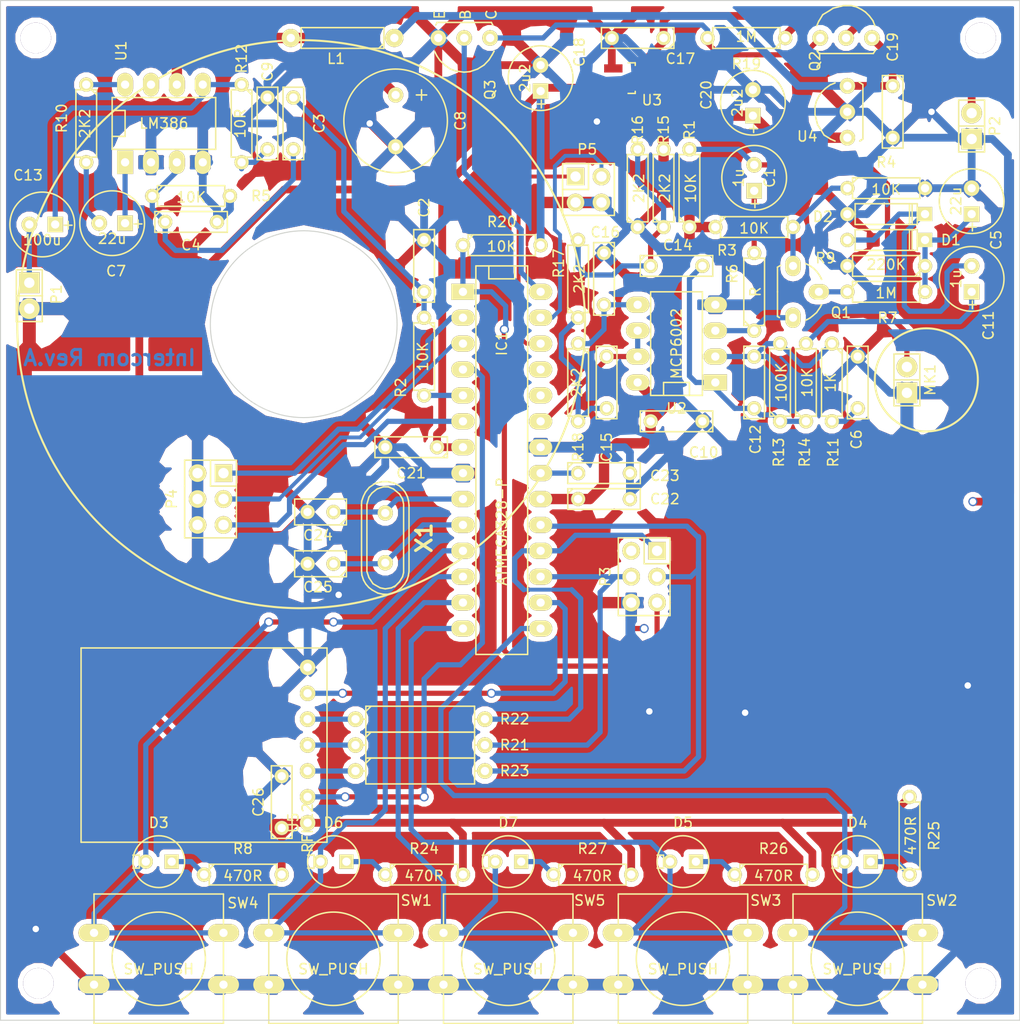
<source format=kicad_pcb>
(kicad_pcb (version 3) (host pcbnew "(2014-03-19 BZR 4756)-product")
  (layers (15 F.Cu signal) (0 B.Cu signal) (18 B.Paste user) (19 F.Paste user) (20 B.SilkS user) (21 F.SilkS user) (22 B.Mask user) (23 F.Mask user) (28 Edge.Cuts user))
  (net 0 "")
  (net 1 "Net-(C1-Pad1)")
  (net 2 "Net-(C1-Pad2)")
  (net 3 "Net-(C2-Pad1)")
  (net 4 GND)
  (net 5 "Net-(C3-Pad1)")
  (net 6 "Net-(C5-Pad1)")
  (net 7 "Net-(C6-Pad1)")
  (net 8 "Net-(C7-Pad1)")
  (net 9 "Net-(C7-Pad2)")
  (net 10 "Net-(C8-Pad1)")
  (net 11 "Net-(C9-Pad1)")
  (net 12 VAA)
  (net 13 "Net-(C11-Pad1)")
  (net 14 "Net-(C11-Pad2)")
  (net 15 "Net-(C12-Pad1)")
  (net 16 "Net-(C12-Pad2)")
  (net 17 "Net-(C13-Pad1)")
  (net 18 "Net-(C13-Pad2)")
  (net 19 "Net-(C14-Pad1)")
  (net 20 /Control/MIC)
  (net 21 "Net-(C15-Pad2)")
  (net 22 "Net-(C16-Pad2)")
  (net 23 "Net-(C17-Pad1)")
  (net 24 +3.3V)
  (net 25 +9V)
  (net 26 "Net-(C23-Pad1)")
  (net 27 X1)
  (net 28 X2)
  (net 29 "Net-(D3-Pad1)")
  (net 30 C3)
  (net 31 "Net-(D4-Pad1)")
  (net 32 C2)
  (net 33 "Net-(D5-Pad1)")
  (net 34 C1)
  (net 35 ST0)
  (net 36 ST1)
  (net 37 "Net-(IC1-Pad4)")
  (net 38 /Control/SPKR)
  (net 39 /Control/POWERON)
  (net 40 CH0)
  (net 41 "Net-(IC1-Pad1)")
  (net 42 CH1)
  (net 43 "Net-(IC1-Pad16)")
  (net 44 "Net-(IC1-Pad17)")
  (net 45 "Net-(IC1-Pad18)")
  (net 46 "Net-(IC1-Pad19)")
  (net 47 "Net-(P3-Pad2)")
  (net 48 "Net-(Q1-Pad3)")
  (net 49 "Net-(Q1-Pad1)")
  (net 50 "Net-(Q1-Pad2)")
  (net 51 "Net-(R10-Pad1)")
  (net 52 "Net-(Q2-PadG)")
  (net 53 "Net-(R21-Pad1)")
  (net 54 "Net-(R22-Pad1)")
  (net 55 "Net-(R23-Pad1)")
  (net 56 "Net-(D6-Pad1)")
  (net 57 C4)
  (net 58 C5)
  (net 59 ST2)
  (net 60 "Net-(D7-Pad1)")
  (net 61 "Net-(IC1-Pad24)")
  (net 62 "Net-(IC1-Pad25)")
  (module Housings_SOT-23_SOT-143_TSOT-6:SOT23_Transistor_Handsoldering_RevB_14Mar2014 (layer F.Cu) (at 162.306 51.435 270)
    (fp_text reference U3 (at 2.159 -2.286 360) (layer F.SilkS))
    (fp_text value MCP1700T hide)
    (pad GND smd rect (at -0.95 1.50114 270) (size 0.8001 1.80086) (layers F.Cu F.Paste F.Mask) (net 4 GND))
    (pad VO smd rect (at 0.95 1.50114 270) (size 0.8001 1.80086) (layers F.Cu F.Paste F.Mask) (net 24 +3.3V))
    (pad VI smd rect (at 0 -1.50114 270) (size 0.8001 1.80086) (layers F.Cu F.Paste F.Mask) (net 23 "Net-(C17-Pad1)"))
  )
  (module Duncan:RFM12B (layer F.Cu) (at 130.81 124.46 90)
    (fp_text reference U5 (at 0 -1.4 90) (layer F.SilkS))
    (fp_text value RFM12B (at 0 0 90) (layer F.SilkS))
    (pad 7 thru_hole circle (at 0 0 90) (size 1.524 1.524) (drill 0.8128) (layers *.Cu *.Mask F.SilkS) (net 24 +3.3V))
    (pad 6 thru_hole circle (at 2.54 0 90) (size 1.524 1.524) (drill 0.8128) (layers *.Cu *.Mask F.SilkS) (net 37 "Net-(IC1-Pad4)"))
    (pad 5 thru_hole circle (at 5.08 0 90) (size 1.524 1.524) (drill 0.8128) (layers *.Cu *.Mask F.SilkS) (net 55 "Net-(R23-Pad1)"))
    (pad 4 thru_hole circle (at 7.62 0 90) (size 1.524 1.524) (drill 0.8128) (layers *.Cu *.Mask F.SilkS) (net 53 "Net-(R21-Pad1)"))
    (pad 3 thru_hole circle (at 10.16 0 90) (size 1.524 1.524) (drill 0.8128) (layers *.Cu *.Mask F.SilkS) (net 54 "Net-(R22-Pad1)"))
    (pad 2 thru_hole circle (at 12.7 0 90) (size 1.524 1.524) (drill 0.8128) (layers *.Cu *.Mask F.SilkS) (net 43 "Net-(IC1-Pad16)"))
    (pad 1 thru_hole circle (at 15.24 0 90) (size 1.524 1.524) (drill 0.8128) (layers *.Cu *.Mask F.SilkS) (net 4 GND))
  )
  (module Housings_TO-92:TO-92-Free-inline-wide (layer F.Cu) (at 183.769 54.737 180)
    (fp_text reference U4 (at 3.937 -2.413 180) (layer F.SilkS))
    (fp_text value LE33CZ hide)
    (pad GND thru_hole circle (at 0 0 180) (size 1.524 1.524) (drill 0.8128) (layers *.Cu *.Mask F.SilkS) (net 4 GND))
    (pad VI thru_hole circle (at 0 2.54 180) (size 1.524 1.524) (drill 0.8128) (layers *.Cu *.Mask F.SilkS) (net 25 +9V))
    (pad VO thru_hole circle (at 0 -2.54 180) (size 1.524 1.524) (drill 0.8128) (layers *.Cu *.Mask F.SilkS) (net 12 VAA))
  )
  (module Housings_TO-92:TO-92-Free-inline-wide (layer F.Cu) (at 183.642 47.498 90)
    (fp_text reference Q2 (at -2.286 -3.048 90) (layer F.SilkS))
    (fp_text value IRFU3505 hide)
    (pad D thru_hole circle (at 0 0 90) (size 1.524 1.524) (drill 0.8128) (layers *.Cu *.Mask F.SilkS) (net 23 "Net-(C17-Pad1)"))
    (pad S thru_hole circle (at 0 2.54 90) (size 1.524 1.524) (drill 0.8128) (layers *.Cu *.Mask F.SilkS) (net 25 +9V))
    (pad G thru_hole circle (at 0 -2.54 90) (size 1.524 1.524) (drill 0.8128) (layers *.Cu *.Mask F.SilkS) (net 52 "Net-(Q2-PadG)"))
  )
  (module Housings_TO-92:TO-92-Bipolar-inline-wide-CBE (layer F.Cu) (at 146.177 47.498 270)
    (fp_text reference Q3 (at 5.08 -2.54 270) (layer F.SilkS))
    (fp_text value ZTX313 hide)
    (fp_text user E (at -2.286 2.413 270) (layer F.SilkS))
    (fp_text user B (at -2.286 -0.127 270) (layer F.SilkS))
    (fp_text user C (at -2.286 -2.667 270) (layer F.SilkS))
    (pad 2 thru_hole circle (at 0 0 270) (size 1.524 1.524) (drill 0.8128) (layers *.Cu *.Mask F.SilkS) (net 39 /Control/POWERON))
    (pad 1 thru_hole circle (at 0 2.54 270) (size 1.524 1.524) (drill 0.8128) (layers *.Cu *.Mask F.SilkS) (net 4 GND))
    (pad 3 thru_hole circle (at 0 -2.54 270) (size 1.524 1.524) (drill 0.8128) (layers *.Cu *.Mask F.SilkS) (net 52 "Net-(Q2-PadG)"))
  )
  (module Housings_TO-92:TO-92-FET-molded-wide-oval-SGD (layer F.Cu) (at 178.435 72.39)
    (fp_text reference Q1 (at 4.699 2.032) (layer F.SilkS))
    (fp_text value BF244A hide)
    (pad 2 thru_hole oval (at 2.54 0) (size 1.99898 1.50114) (drill 0.8001) (layers *.Cu *.Mask F.SilkS) (net 50 "Net-(Q1-Pad2)"))
    (pad 3 thru_hole oval (at 0 -2.54) (size 1.50114 1.99898) (drill 0.8001) (layers *.Cu *.Mask F.SilkS) (net 48 "Net-(Q1-Pad3)"))
    (pad 1 thru_hole oval (at 0 2.54) (size 1.50114 1.99898) (drill 0.8001) (layers *.Cu *.Mask F.SilkS) (net 49 "Net-(Q1-Pad1)"))
  )
  (module Discret:C1V7 (layer F.Cu) (at 174.625 61.214 90)
    (fp_text reference C1 (at 0 1.524 90) (layer F.SilkS))
    (fp_text value 1u (at 0 -1.524 90) (layer F.SilkS))
    (fp_text user + (at -2.54 0 90) (layer F.SilkS))
    (pad 1 thru_hole rect (at -1.27 0 90) (size 1.524 1.524) (drill 0.8128) (layers *.Cu *.Mask F.SilkS) (net 1 "Net-(C1-Pad1)"))
    (pad 2 thru_hole circle (at 1.27 0 90) (size 1.524 1.524) (drill 0.8128) (layers *.Cu *.Mask F.SilkS) (net 2 "Net-(C1-Pad2)"))
  )
  (module Discret:C1V7 (layer F.Cu) (at 195.961 63.5 90)
    (fp_text reference C5 (at -3.81 2.413 90) (layer F.SilkS))
    (fp_text value 22u (at 0 -1.524 90) (layer F.SilkS))
    (fp_text user + (at -2.54 0 90) (layer F.SilkS))
    (pad 1 thru_hole rect (at -1.27 0 90) (size 1.524 1.524) (drill 0.8128) (layers *.Cu *.Mask F.SilkS) (net 6 "Net-(C5-Pad1)"))
    (pad 2 thru_hole circle (at 1.27 0 90) (size 1.524 1.524) (drill 0.8128) (layers *.Cu *.Mask F.SilkS) (net 4 GND))
  )
  (module Discret:C1V7 (layer F.Cu) (at 111.633 65.659 180)
    (fp_text reference C7 (at -0.381 -4.699 180) (layer F.SilkS))
    (fp_text value 22u (at 0 -1.524 180) (layer F.SilkS))
    (fp_text user + (at -2.54 0 180) (layer F.SilkS))
    (pad 1 thru_hole rect (at -1.27 0 180) (size 1.524 1.524) (drill 0.8128) (layers *.Cu *.Mask F.SilkS) (net 8 "Net-(C7-Pad1)"))
    (pad 2 thru_hole circle (at 1.27 0 180) (size 1.524 1.524) (drill 0.8128) (layers *.Cu *.Mask F.SilkS) (net 9 "Net-(C7-Pad2)"))
  )
  (module Discret:C1V7 (layer F.Cu) (at 195.961 71.12 90)
    (fp_text reference C11 (at -4.572 1.651 90) (layer F.SilkS))
    (fp_text value 1u (at 0 -1.524 90) (layer F.SilkS))
    (fp_text user + (at -2.54 0 90) (layer F.SilkS))
    (pad 1 thru_hole rect (at -1.27 0 90) (size 1.524 1.524) (drill 0.8128) (layers *.Cu *.Mask F.SilkS) (net 13 "Net-(C11-Pad1)"))
    (pad 2 thru_hole circle (at 1.27 0 90) (size 1.524 1.524) (drill 0.8128) (layers *.Cu *.Mask F.SilkS) (net 14 "Net-(C11-Pad2)"))
  )
  (module Discret:C1V7 (layer F.Cu) (at 104.775 65.786 180)
    (fp_text reference C13 (at 1.397 4.826 180) (layer F.SilkS))
    (fp_text value 100u (at 0 -1.524 180) (layer F.SilkS))
    (fp_text user + (at -2.54 0 180) (layer F.SilkS))
    (pad 1 thru_hole rect (at -1.27 0 180) (size 1.524 1.524) (drill 0.8128) (layers *.Cu *.Mask F.SilkS) (net 17 "Net-(C13-Pad1)"))
    (pad 2 thru_hole circle (at 1.27 0 180) (size 1.524 1.524) (drill 0.8128) (layers *.Cu *.Mask F.SilkS) (net 18 "Net-(C13-Pad2)"))
  )
  (module Discret:C1V7 (layer F.Cu) (at 153.67 51.435 90)
    (fp_text reference C18 (at 2.54 3.81 90) (layer F.SilkS))
    (fp_text value 2u2 (at 0 -1.524 90) (layer F.SilkS))
    (fp_text user + (at -2.54 0 90) (layer F.SilkS))
    (pad 1 thru_hole rect (at -1.27 0 90) (size 1.524 1.524) (drill 0.8128) (layers *.Cu *.Mask F.SilkS) (net 24 +3.3V))
    (pad 2 thru_hole circle (at 1.27 0 90) (size 1.524 1.524) (drill 0.8128) (layers *.Cu *.Mask F.SilkS) (net 4 GND))
  )
  (module Discret:C1V7 (layer F.Cu) (at 174.498 53.848 90)
    (fp_text reference C20 (at 0.762 -4.572 90) (layer F.SilkS))
    (fp_text value 2u2 (at 0 -1.524 90) (layer F.SilkS))
    (fp_text user + (at -2.54 0 90) (layer F.SilkS))
    (pad 1 thru_hole rect (at -1.27 0 90) (size 1.524 1.524) (drill 0.8128) (layers *.Cu *.Mask F.SilkS) (net 12 VAA))
    (pad 2 thru_hole circle (at 1.27 0 90) (size 1.524 1.524) (drill 0.8128) (layers *.Cu *.Mask F.SilkS) (net 4 GND))
  )
  (module Discret:D3 (layer F.Cu) (at 187.579 67.31)
    (fp_text reference D1 (at 6.35 0) (layer F.SilkS))
    (fp_text value BAT43 hide)
    (pad 2 thru_hole rect (at 3.81 0) (size 1.397 1.397) (drill 0.8128) (layers *.Cu *.Mask F.SilkS) (net 6 "Net-(C5-Pad1)"))
    (pad 1 thru_hole circle (at -3.81 0) (size 1.397 1.397) (drill 0.8128) (layers *.Cu *.Mask F.SilkS) (net 14 "Net-(C11-Pad2)"))
  )
  (module Discret:D3 (layer F.Cu) (at 187.579 64.77)
    (fp_text reference D2 (at -6.223 0.254) (layer F.SilkS))
    (fp_text value BAT43 hide)
    (pad 2 thru_hole rect (at 3.81 0) (size 1.397 1.397) (drill 0.8128) (layers *.Cu *.Mask F.SilkS) (net 14 "Net-(C11-Pad2)"))
    (pad 1 thru_hole circle (at -3.81 0) (size 1.397 1.397) (drill 0.8128) (layers *.Cu *.Mask F.SilkS) (net 4 GND))
  )
  (module Discret:LEDV (layer F.Cu) (at 116.205 128.27 180)
    (fp_text reference D3 (at 0 3.81 180) (layer F.SilkS))
    (fp_text value LED hide)
    (pad 1 thru_hole rect (at -1.27 0 180) (size 1.397 1.397) (drill 0.8128) (layers *.Cu *.Mask F.SilkS) (net 29 "Net-(D3-Pad1)"))
    (pad 2 thru_hole circle (at 1.27 0 180) (size 1.397 1.397) (drill 0.8128) (layers *.Cu *.Mask F.SilkS) (net 34 C1))
  )
  (module Discret:LEDV (layer F.Cu) (at 184.785 128.27 180)
    (fp_text reference D4 (at 0 3.81 180) (layer F.SilkS))
    (fp_text value LED hide)
    (pad 1 thru_hole rect (at -1.27 0 180) (size 1.397 1.397) (drill 0.8128) (layers *.Cu *.Mask F.SilkS) (net 31 "Net-(D4-Pad1)"))
    (pad 2 thru_hole circle (at 1.27 0 180) (size 1.397 1.397) (drill 0.8128) (layers *.Cu *.Mask F.SilkS) (net 58 C5))
  )
  (module Discret:LEDV (layer F.Cu) (at 167.64 128.27 180)
    (fp_text reference D5 (at 0 3.81 180) (layer F.SilkS))
    (fp_text value LED hide)
    (pad 1 thru_hole rect (at -1.27 0 180) (size 1.397 1.397) (drill 0.8128) (layers *.Cu *.Mask F.SilkS) (net 33 "Net-(D5-Pad1)"))
    (pad 2 thru_hole circle (at 1.27 0 180) (size 1.397 1.397) (drill 0.8128) (layers *.Cu *.Mask F.SilkS) (net 57 C4))
  )
  (module Sockets_DIP:DIP-28__300_ELL (layer F.Cu) (at 149.86 88.9 270)
    (fp_text reference IC1 (at -11.43 0 270) (layer F.SilkS))
    (fp_text value ATMEGA328-P (at 6.985 0 270) (layer F.SilkS))
    (pad 2 thru_hole oval (at -13.97 3.81 270) (size 1.5748 2.286) (drill 0.8128) (layers *.Cu *.Mask F.SilkS) (net 35 ST0))
    (pad 3 thru_hole oval (at -11.43 3.81 270) (size 1.5748 2.286) (drill 0.8128) (layers *.Cu *.Mask F.SilkS) (net 36 ST1))
    (pad 4 thru_hole oval (at -8.89 3.81 270) (size 1.5748 2.286) (drill 0.8128) (layers *.Cu *.Mask F.SilkS) (net 37 "Net-(IC1-Pad4)"))
    (pad 5 thru_hole oval (at -6.35 3.81 270) (size 1.5748 2.286) (drill 0.8128) (layers *.Cu *.Mask F.SilkS) (net 38 /Control/SPKR))
    (pad 6 thru_hole oval (at -3.81 3.81 270) (size 1.5748 2.286) (drill 0.8128) (layers *.Cu *.Mask F.SilkS) (net 59 ST2))
    (pad 7 thru_hole oval (at -1.27 3.81 270) (size 1.5748 2.286) (drill 0.8128) (layers *.Cu *.Mask F.SilkS) (net 24 +3.3V))
    (pad 8 thru_hole oval (at 1.27 3.81 270) (size 1.5748 2.286) (drill 0.8128) (layers *.Cu *.Mask F.SilkS) (net 4 GND))
    (pad 9 thru_hole oval (at 3.81 3.81 270) (size 1.5748 2.286) (drill 0.8128) (layers *.Cu *.Mask F.SilkS) (net 27 X1))
    (pad 10 thru_hole oval (at 6.35 3.81 270) (size 1.5748 2.286) (drill 0.8128) (layers *.Cu *.Mask F.SilkS) (net 28 X2))
    (pad 11 thru_hole oval (at 8.89 3.81 270) (size 1.5748 2.286) (drill 0.8128) (layers *.Cu *.Mask F.SilkS) (net 34 C1))
    (pad 12 thru_hole oval (at 11.43 3.81 270) (size 1.5748 2.286) (drill 0.8128) (layers *.Cu *.Mask F.SilkS) (net 32 C2))
    (pad 13 thru_hole oval (at 13.97 3.81 270) (size 1.5748 2.286) (drill 0.8128) (layers *.Cu *.Mask F.SilkS) (net 30 C3))
    (pad 14 thru_hole oval (at 16.51 3.81 270) (size 1.5748 2.286) (drill 0.8128) (layers *.Cu *.Mask F.SilkS) (net 57 C4))
    (pad 1 thru_hole rect (at -16.51 3.81 270) (size 1.5748 2.286) (drill 0.8128) (layers *.Cu *.Mask F.SilkS) (net 41 "Net-(IC1-Pad1)"))
    (pad 15 thru_hole oval (at 16.51 -3.81 270) (size 1.5748 2.286) (drill 0.8128) (layers *.Cu *.Mask F.SilkS) (net 58 C5))
    (pad 16 thru_hole oval (at 13.97 -3.81 270) (size 1.5748 2.286) (drill 0.8128) (layers *.Cu *.Mask F.SilkS) (net 43 "Net-(IC1-Pad16)"))
    (pad 17 thru_hole oval (at 11.43 -3.81 270) (size 1.5748 2.286) (drill 0.8128) (layers *.Cu *.Mask F.SilkS) (net 44 "Net-(IC1-Pad17)"))
    (pad 18 thru_hole oval (at 8.89 -3.81 270) (size 1.5748 2.286) (drill 0.8128) (layers *.Cu *.Mask F.SilkS) (net 45 "Net-(IC1-Pad18)"))
    (pad 19 thru_hole oval (at 6.35 -3.81 270) (size 1.5748 2.286) (drill 0.8128) (layers *.Cu *.Mask F.SilkS) (net 46 "Net-(IC1-Pad19)"))
    (pad 20 thru_hole oval (at 3.81 -3.81 270) (size 1.5748 2.286) (drill 0.8128) (layers *.Cu *.Mask F.SilkS) (net 12 VAA))
    (pad 21 thru_hole oval (at 1.27 -3.81 270) (size 1.5748 2.286) (drill 0.8128) (layers *.Cu *.Mask F.SilkS) (net 26 "Net-(C23-Pad1)"))
    (pad 22 thru_hole oval (at -1.27 -3.81 270) (size 1.5748 2.286) (drill 0.8128) (layers *.Cu *.Mask F.SilkS) (net 4 GND))
    (pad 23 thru_hole oval (at -3.81 -3.81 270) (size 1.5748 2.286) (drill 0.8128) (layers *.Cu *.Mask F.SilkS) (net 20 /Control/MIC))
    (pad 24 thru_hole oval (at -6.35 -3.81 270) (size 1.5748 2.286) (drill 0.8128) (layers *.Cu *.Mask F.SilkS) (net 61 "Net-(IC1-Pad24)"))
    (pad 25 thru_hole oval (at -8.89 -3.81 270) (size 1.5748 2.286) (drill 0.8128) (layers *.Cu *.Mask F.SilkS) (net 62 "Net-(IC1-Pad25)"))
    (pad 26 thru_hole oval (at -11.43 -3.81 270) (size 1.5748 2.286) (drill 0.8128) (layers *.Cu *.Mask F.SilkS) (net 40 CH0))
    (pad 27 thru_hole oval (at -13.97 -3.81 270) (size 1.5748 2.286) (drill 0.8128) (layers *.Cu *.Mask F.SilkS) (net 42 CH1))
    (pad 28 thru_hole oval (at -16.51 -3.81 270) (size 1.5748 2.286) (drill 0.8128) (layers *.Cu *.Mask F.SilkS) (net 39 /Control/POWERON))
  )
  (module Discret:R4-LARGE_PADS (layer F.Cu) (at 134.239 47.498 180)
    (fp_text reference L1 (at 0.635 -2.032 180) (layer F.SilkS))
    (fp_text value 100u hide)
    (pad 1 thru_hole circle (at -5.08 0 180) (size 1.778 1.778) (drill 0.8128) (layers *.Cu *.Mask F.SilkS) (net 25 +9V))
    (pad 2 thru_hole circle (at 5.08 0 180) (size 1.778 1.778) (drill 0.8128) (layers *.Cu *.Mask F.SilkS) (net 10 "Net-(C8-Pad1)"))
  )
  (module Sockets_DIP:DIP-8__300_ELL (layer F.Cu) (at 116.713 55.88)
    (fp_text reference U1 (at -4.191 -7.112 90) (layer F.SilkS))
    (fp_text value LM386 (at 0 0) (layer F.SilkS))
    (pad 1 thru_hole rect (at -3.81 3.81) (size 1.5748 2.286) (drill 0.8128) (layers *.Cu *.Mask F.SilkS) (net 8 "Net-(C7-Pad1)"))
    (pad 2 thru_hole oval (at -1.27 3.81) (size 1.5748 2.286) (drill 0.8128) (layers *.Cu *.Mask F.SilkS) (net 4 GND))
    (pad 3 thru_hole oval (at 1.27 3.81) (size 1.5748 2.286) (drill 0.8128) (layers *.Cu *.Mask F.SilkS) (net 5 "Net-(C3-Pad1)"))
    (pad 4 thru_hole oval (at 3.81 3.81) (size 1.5748 2.286) (drill 0.8128) (layers *.Cu *.Mask F.SilkS) (net 4 GND))
    (pad 5 thru_hole oval (at 3.81 -3.81) (size 1.5748 2.286) (drill 0.8128) (layers *.Cu *.Mask F.SilkS) (net 17 "Net-(C13-Pad1)"))
    (pad 6 thru_hole oval (at 1.27 -3.81) (size 1.5748 2.286) (drill 0.8128) (layers *.Cu *.Mask F.SilkS) (net 10 "Net-(C8-Pad1)"))
    (pad 7 thru_hole oval (at -1.27 -3.81) (size 1.5748 2.286) (drill 0.8128) (layers *.Cu *.Mask F.SilkS))
    (pad 8 thru_hole oval (at -3.81 -3.81) (size 1.5748 2.286) (drill 0.8128) (layers *.Cu *.Mask F.SilkS) (net 51 "Net-(R10-Pad1)"))
  )
  (module Sockets_DIP:DIP-8__300_ELL (layer F.Cu) (at 167.005 77.47 90)
    (fp_text reference U2 (at -6.35 0 180) (layer F.SilkS))
    (fp_text value MCP6002 (at 0 0 90) (layer F.SilkS))
    (pad 1 thru_hole rect (at -3.81 3.81 90) (size 1.5748 2.286) (drill 0.8128) (layers *.Cu *.Mask F.SilkS) (net 15 "Net-(C12-Pad1)"))
    (pad 2 thru_hole oval (at -1.27 3.81 90) (size 1.5748 2.286) (drill 0.8128) (layers *.Cu *.Mask F.SilkS) (net 16 "Net-(C12-Pad2)"))
    (pad 3 thru_hole oval (at 1.27 3.81 90) (size 1.5748 2.286) (drill 0.8128) (layers *.Cu *.Mask F.SilkS) (net 49 "Net-(Q1-Pad1)"))
    (pad 4 thru_hole oval (at 3.81 3.81 90) (size 1.5748 2.286) (drill 0.8128) (layers *.Cu *.Mask F.SilkS) (net 4 GND))
    (pad 5 thru_hole oval (at 3.81 -3.81 90) (size 1.5748 2.286) (drill 0.8128) (layers *.Cu *.Mask F.SilkS) (net 22 "Net-(C16-Pad2)"))
    (pad 6 thru_hole oval (at 1.27 -3.81 90) (size 1.5748 2.286) (drill 0.8128) (layers *.Cu *.Mask F.SilkS) (net 20 /Control/MIC))
    (pad 7 thru_hole oval (at -1.27 -3.81 90) (size 1.5748 2.286) (drill 0.8128) (layers *.Cu *.Mask F.SilkS) (net 20 /Control/MIC))
    (pad 8 thru_hole oval (at -3.81 -3.81 90) (size 1.5748 2.286) (drill 0.8128) (layers *.Cu *.Mask F.SilkS) (net 12 VAA))
  )
  (module Crystals:Crystal_HC49-U_Vertical (layer F.Cu) (at 138.43 96.52 270)
    (fp_text reference X1 (at 0 -3.81 270) (layer F.SilkS) (effects (font (thickness 0.3048))))
    (fp_text value 16MHz hide)
    (pad 1 thru_hole circle (at -2.44094 0 270) (size 1.50114 1.50114) (drill 0.8001) (layers *.Cu *.Mask F.SilkS) (net 27 X1))
    (pad 2 thru_hole circle (at 2.44094 0 270) (size 1.50114 1.50114) (drill 0.8001) (layers *.Cu *.Mask F.SilkS) (net 28 X2))
  )
  (module Discret:LEDV (layer F.Cu) (at 133.35 128.27 180)
    (fp_text reference D6 (at 0 3.81 180) (layer F.SilkS))
    (fp_text value LED hide)
    (pad 1 thru_hole rect (at -1.27 0 180) (size 1.397 1.397) (drill 0.8128) (layers *.Cu *.Mask F.SilkS) (net 56 "Net-(D6-Pad1)"))
    (pad 2 thru_hole circle (at 1.27 0 180) (size 1.397 1.397) (drill 0.8128) (layers *.Cu *.Mask F.SilkS) (net 32 C2))
  )
  (module Socket_Strips:Socket_Strip_Straight_1x02 (layer F.Cu) (at 189.611 81.026 270)
    (fp_text reference MK1 (at 0 -2.286 270) (layer F.SilkS))
    (fp_text value MIC9.7MM hide)
    (pad 1 thru_hole rect (at 1.27 0 90) (size 2.032 2.032) (drill 1.016) (layers *.Cu *.Mask F.SilkS) (net 4 GND))
    (pad 2 thru_hole oval (at -1.27 0 90) (size 2.032 2.032) (drill 1.016) (layers *.Cu *.Mask F.SilkS) (net 2 "Net-(C1-Pad2)"))
  )
  (module Socket_Strips:Socket_Strip_Straight_1x02 (layer F.Cu) (at 103.505 72.771 90)
    (fp_text reference P1 (at 0.127 2.667 90) (layer F.SilkS))
    (fp_text value CONN_2 hide)
    (pad 1 thru_hole rect (at 1.27 0 270) (size 2.032 2.032) (drill 1.016) (layers *.Cu *.Mask F.SilkS) (net 18 "Net-(C13-Pad2)"))
    (pad 2 thru_hole oval (at -1.27 0 270) (size 2.032 2.032) (drill 1.016) (layers *.Cu *.Mask F.SilkS) (net 4 GND))
  )
  (module Socket_Strips:Socket_Strip_Straight_1x02 (layer F.Cu) (at 195.961 56.134 270)
    (fp_text reference P2 (at 0 -2.286 270) (layer F.SilkS))
    (fp_text value CONN_2 hide)
    (pad 1 thru_hole rect (at 1.27 0 90) (size 2.032 2.032) (drill 1.016) (layers *.Cu *.Mask F.SilkS) (net 4 GND))
    (pad 2 thru_hole oval (at -1.27 0 90) (size 2.032 2.032) (drill 1.016) (layers *.Cu *.Mask F.SilkS) (net 23 "Net-(C17-Pad1)"))
  )
  (module Socket_Strips:Socket_Strip_Straight_2x03 (layer F.Cu) (at 163.83 100.33 90)
    (fp_text reference P3 (at 0 -3.81 90) (layer F.SilkS))
    (fp_text value CONN_3X2 hide)
    (pad 1 thru_hole rect (at 2.54 1.27 270) (size 1.7272 1.7272) (drill 1.016) (layers *.Cu *.Mask F.SilkS) (net 45 "Net-(IC1-Pad18)"))
    (pad 2 thru_hole oval (at 2.54 -1.27 270) (size 1.7272 1.7272) (drill 1.016) (layers *.Cu *.Mask F.SilkS) (net 47 "Net-(P3-Pad2)"))
    (pad 3 thru_hole oval (at 0 1.27 270) (size 1.7272 1.7272) (drill 1.016) (layers *.Cu *.Mask F.SilkS) (net 46 "Net-(IC1-Pad19)"))
    (pad 4 thru_hole oval (at 0 -1.27 270) (size 1.7272 1.7272) (drill 1.016) (layers *.Cu *.Mask F.SilkS) (net 44 "Net-(IC1-Pad17)"))
    (pad 5 thru_hole oval (at -2.54 1.27 270) (size 1.7272 1.7272) (drill 1.016) (layers *.Cu *.Mask F.SilkS) (net 41 "Net-(IC1-Pad1)"))
    (pad 6 thru_hole oval (at -2.54 -1.27 270) (size 1.7272 1.7272) (drill 1.016) (layers *.Cu *.Mask F.SilkS) (net 4 GND))
  )
  (module Discret:C2 (layer F.Cu) (at 142.24 69.85 90)
    (fp_text reference C2 (at 5.715 0 90) (layer F.SilkS))
    (fp_text value 200n hide)
    (pad 1 thru_hole circle (at -2.54 0 90) (size 1.397 1.397) (drill 0.8128) (layers *.Cu *.Mask F.SilkS) (net 3 "Net-(C2-Pad1)"))
    (pad 2 thru_hole circle (at 2.54 0 90) (size 1.397 1.397) (drill 0.8128) (layers *.Cu *.Mask F.SilkS) (net 4 GND))
  )
  (module Discret:C2 (layer F.Cu) (at 129.413 55.88 90)
    (fp_text reference C3 (at 0 2.54 90) (layer F.SilkS))
    (fp_text value 100n hide)
    (pad 1 thru_hole circle (at -2.54 0 90) (size 1.397 1.397) (drill 0.8128) (layers *.Cu *.Mask F.SilkS) (net 5 "Net-(C3-Pad1)"))
    (pad 2 thru_hole circle (at 2.54 0 90) (size 1.397 1.397) (drill 0.8128) (layers *.Cu *.Mask F.SilkS) (net 3 "Net-(C2-Pad1)"))
  )
  (module Discret:C2 (layer F.Cu) (at 119.38 65.532)
    (fp_text reference C4 (at 0 2.286) (layer F.SilkS))
    (fp_text value 470p hide)
    (pad 1 thru_hole circle (at -2.54 0) (size 1.397 1.397) (drill 0.8128) (layers *.Cu *.Mask F.SilkS) (net 5 "Net-(C3-Pad1)"))
    (pad 2 thru_hole circle (at 2.54 0) (size 1.397 1.397) (drill 0.8128) (layers *.Cu *.Mask F.SilkS) (net 4 GND))
  )
  (module Capacitors_Elko_ThroughHole:Elko_vert_20x10mm_RM5 (layer F.Cu) (at 139.446 53.086 270)
    (fp_text reference C8 (at 2.54 -6.35 270) (layer F.SilkS))
    (fp_text value 1200u hide)
    (fp_line (start -0.508 -2.54) (end 0.508 -2.54) (layer F.Cu) (width 0.15))
    (fp_line (start 0 -3.048) (end 0 -2.032) (layer F.Cu) (width 0.15))
    (pad 2 thru_hole circle (at 5.08 0 270) (size 1.50114 1.50114) (drill 0.8001) (layers *.Cu *.Mask F.SilkS) (net 4 GND))
    (pad 1 thru_hole circle (at 0 0 270) (size 1.50114 1.50114) (drill 0.8001) (layers *.Cu *.Mask F.SilkS) (net 10 "Net-(C8-Pad1)"))
  )
  (module Discret:C2 (layer F.Cu) (at 126.873 55.88 90)
    (fp_text reference C9 (at 5.08 0 90) (layer F.SilkS))
    (fp_text value 47n hide)
    (pad 1 thru_hole circle (at -2.54 0 90) (size 1.397 1.397) (drill 0.8128) (layers *.Cu *.Mask F.SilkS) (net 11 "Net-(C9-Pad1)"))
    (pad 2 thru_hole circle (at 2.54 0 90) (size 1.397 1.397) (drill 0.8128) (layers *.Cu *.Mask F.SilkS) (net 4 GND))
  )
  (module Discret:C2 (layer F.Cu) (at 167.005 85.09 180)
    (fp_text reference C10 (at -2.667 -3.048 180) (layer F.SilkS))
    (fp_text value 100n hide)
    (pad 1 thru_hole circle (at -2.54 0 180) (size 1.397 1.397) (drill 0.8128) (layers *.Cu *.Mask F.SilkS) (net 4 GND))
    (pad 2 thru_hole circle (at 2.54 0 180) (size 1.397 1.397) (drill 0.8128) (layers *.Cu *.Mask F.SilkS) (net 12 VAA))
  )
  (module Discret:C2 (layer F.Cu) (at 174.625 81.28 90)
    (fp_text reference C12 (at -5.588 0.127 90) (layer F.SilkS))
    (fp_text value 2n2 hide)
    (pad 1 thru_hole circle (at -2.54 0 90) (size 1.397 1.397) (drill 0.8128) (layers *.Cu *.Mask F.SilkS) (net 15 "Net-(C12-Pad1)"))
    (pad 2 thru_hole circle (at 2.54 0 90) (size 1.397 1.397) (drill 0.8128) (layers *.Cu *.Mask F.SilkS) (net 16 "Net-(C12-Pad2)"))
  )
  (module Discret:C2 (layer F.Cu) (at 167.005 69.85)
    (fp_text reference C14 (at 0.127 -2.032) (layer F.SilkS))
    (fp_text value 220n hide)
    (pad 1 thru_hole circle (at -2.54 0) (size 1.397 1.397) (drill 0.8128) (layers *.Cu *.Mask F.SilkS) (net 19 "Net-(C14-Pad1)"))
    (pad 2 thru_hole circle (at 2.54 0) (size 1.397 1.397) (drill 0.8128) (layers *.Cu *.Mask F.SilkS) (net 15 "Net-(C12-Pad1)"))
  )
  (module Discret:C2 (layer F.Cu) (at 160.147 81.28 270)
    (fp_text reference C15 (at 6.35 0 270) (layer F.SilkS))
    (fp_text value 47n hide)
    (pad 1 thru_hole circle (at -2.54 0 270) (size 1.397 1.397) (drill 0.8128) (layers *.Cu *.Mask F.SilkS) (net 20 /Control/MIC))
    (pad 2 thru_hole circle (at 2.54 0 270) (size 1.397 1.397) (drill 0.8128) (layers *.Cu *.Mask F.SilkS) (net 21 "Net-(C15-Pad2)"))
  )
  (module Discret:C2 (layer F.Cu) (at 159.893 71.12 270)
    (fp_text reference C16 (at -4.572 -0.127 360) (layer F.SilkS))
    (fp_text value 22n hide)
    (pad 1 thru_hole circle (at -2.54 0 270) (size 1.397 1.397) (drill 0.8128) (layers *.Cu *.Mask F.SilkS) (net 4 GND))
    (pad 2 thru_hole circle (at 2.54 0 270) (size 1.397 1.397) (drill 0.8128) (layers *.Cu *.Mask F.SilkS) (net 22 "Net-(C16-Pad2)"))
  )
  (module Discret:C2 (layer F.Cu) (at 163.195 47.498 180)
    (fp_text reference C17 (at -4.191 -2.032 180) (layer F.SilkS))
    (fp_text value 1u hide)
    (pad 1 thru_hole circle (at -2.54 0 180) (size 1.397 1.397) (drill 0.8128) (layers *.Cu *.Mask F.SilkS) (net 23 "Net-(C17-Pad1)"))
    (pad 2 thru_hole circle (at 2.54 0 180) (size 1.397 1.397) (drill 0.8128) (layers *.Cu *.Mask F.SilkS) (net 4 GND))
  )
  (module Discret:C2 (layer F.Cu) (at 188.214 54.737 270)
    (fp_text reference C19 (at -6.35 0 270) (layer F.SilkS))
    (fp_text value 100n hide)
    (pad 1 thru_hole circle (at -2.54 0 270) (size 1.397 1.397) (drill 0.8128) (layers *.Cu *.Mask F.SilkS) (net 25 +9V))
    (pad 2 thru_hole circle (at 2.54 0 270) (size 1.397 1.397) (drill 0.8128) (layers *.Cu *.Mask F.SilkS) (net 4 GND))
  )
  (module Discret:C2 (layer F.Cu) (at 140.97 87.63 180)
    (fp_text reference C21 (at 0 -2.54 180) (layer F.SilkS))
    (fp_text value 100n hide)
    (pad 1 thru_hole circle (at -2.54 0 180) (size 1.397 1.397) (drill 0.8128) (layers *.Cu *.Mask F.SilkS) (net 24 +3.3V))
    (pad 2 thru_hole circle (at 2.54 0 180) (size 1.397 1.397) (drill 0.8128) (layers *.Cu *.Mask F.SilkS) (net 4 GND))
  )
  (module Discret:C2 (layer F.Cu) (at 159.893 92.71)
    (fp_text reference C22 (at 5.969 0) (layer F.SilkS))
    (fp_text value 100n hide)
    (pad 1 thru_hole circle (at -2.54 0) (size 1.397 1.397) (drill 0.8128) (layers *.Cu *.Mask F.SilkS) (net 12 VAA))
    (pad 2 thru_hole circle (at 2.54 0) (size 1.397 1.397) (drill 0.8128) (layers *.Cu *.Mask F.SilkS) (net 4 GND))
  )
  (module Discret:C2 (layer F.Cu) (at 159.893 90.17)
    (fp_text reference C23 (at 5.969 0.254) (layer F.SilkS))
    (fp_text value 100n hide)
    (pad 1 thru_hole circle (at -2.54 0) (size 1.397 1.397) (drill 0.8128) (layers *.Cu *.Mask F.SilkS) (net 26 "Net-(C23-Pad1)"))
    (pad 2 thru_hole circle (at 2.54 0) (size 1.397 1.397) (drill 0.8128) (layers *.Cu *.Mask F.SilkS) (net 4 GND))
  )
  (module Discret:C1 (layer F.Cu) (at 132.08 93.98 180)
    (fp_text reference C24 (at 0.254 -2.286 180) (layer F.SilkS))
    (fp_text value 22p hide)
    (pad 1 thru_hole circle (at -1.27 0 180) (size 1.397 1.397) (drill 0.8128) (layers *.Cu *.Mask F.SilkS) (net 27 X1))
    (pad 2 thru_hole circle (at 1.27 0 180) (size 1.397 1.397) (drill 0.8128) (layers *.Cu *.Mask F.SilkS) (net 4 GND))
  )
  (module Discret:C1 (layer F.Cu) (at 132.08 99.06 180)
    (fp_text reference C25 (at 0.254 -2.286 180) (layer F.SilkS))
    (fp_text value 22p hide)
    (pad 1 thru_hole circle (at -1.27 0 180) (size 1.397 1.397) (drill 0.8128) (layers *.Cu *.Mask F.SilkS) (net 28 X2))
    (pad 2 thru_hole circle (at 1.27 0 180) (size 1.397 1.397) (drill 0.8128) (layers *.Cu *.Mask F.SilkS) (net 4 GND))
  )
  (module Discret:LEDV (layer F.Cu) (at 150.495 128.27 180)
    (fp_text reference D7 (at 0 3.81 180) (layer F.SilkS))
    (fp_text value LED hide)
    (pad 1 thru_hole rect (at -1.27 0 180) (size 1.397 1.397) (drill 0.8128) (layers *.Cu *.Mask F.SilkS) (net 60 "Net-(D7-Pad1)"))
    (pad 2 thru_hole circle (at 1.27 0 180) (size 1.397 1.397) (drill 0.8128) (layers *.Cu *.Mask F.SilkS) (net 30 C3))
  )
  (module Discret:R5 (layer F.Cu) (at 141.859 116.84)
    (fp_text reference R21 (at 9.271 0) (layer F.SilkS))
    (fp_text value 1K hide)
    (pad 1 thru_hole circle (at -6.35 0) (size 1.524 1.524) (drill 0.8128) (layers *.Cu *.Mask F.SilkS) (net 53 "Net-(R21-Pad1)"))
    (pad 2 thru_hole circle (at 6.35 0) (size 1.524 1.524) (drill 0.8128) (layers *.Cu *.Mask F.SilkS) (net 44 "Net-(IC1-Pad17)"))
  )
  (module Discret:R5 (layer F.Cu) (at 141.859 114.3)
    (fp_text reference R22 (at 9.271 0) (layer F.SilkS))
    (fp_text value 1K hide)
    (pad 1 thru_hole circle (at -6.35 0) (size 1.524 1.524) (drill 0.8128) (layers *.Cu *.Mask F.SilkS) (net 54 "Net-(R22-Pad1)"))
    (pad 2 thru_hole circle (at 6.35 0) (size 1.524 1.524) (drill 0.8128) (layers *.Cu *.Mask F.SilkS) (net 45 "Net-(IC1-Pad18)"))
  )
  (module Discret:R5 (layer F.Cu) (at 141.859 119.38)
    (fp_text reference R23 (at 9.271 0) (layer F.SilkS))
    (fp_text value 1K hide)
    (pad 1 thru_hole circle (at -6.35 0) (size 1.524 1.524) (drill 0.8128) (layers *.Cu *.Mask F.SilkS) (net 55 "Net-(R23-Pad1)"))
    (pad 2 thru_hole circle (at 6.35 0) (size 1.524 1.524) (drill 0.8128) (layers *.Cu *.Mask F.SilkS) (net 46 "Net-(IC1-Pad19)"))
  )
  (module Discret:C2 (layer F.Cu) (at 184.785 81.28 90)
    (fp_text reference C6 (at -5.588 -0.127 90) (layer F.SilkS))
    (fp_text value 100n hide)
    (pad 1 thru_hole circle (at -2.54 0 90) (size 1.397 1.397) (drill 0.8128) (layers *.Cu *.Mask F.SilkS) (net 7 "Net-(C6-Pad1)"))
    (pad 2 thru_hole circle (at 2.54 0 90) (size 1.397 1.397) (drill 0.8128) (layers *.Cu *.Mask F.SilkS) (net 4 GND))
  )
  (module Duncan:R3 (layer F.Cu) (at 158.75 129.54)
    (fp_text reference R27 (at 0 -2.54) (layer F.SilkS))
    (fp_text value 470R (at 0 0.127) (layer F.SilkS))
    (pad 1 thru_hole circle (at -3.81 0) (size 1.397 1.397) (drill 0.8128) (layers *.Cu *.Mask F.SilkS) (net 60 "Net-(D7-Pad1)"))
    (pad 2 thru_hole circle (at 3.81 0) (size 1.397 1.397) (drill 0.8128) (layers *.Cu *.Mask F.SilkS) (net 24 +3.3V))
  )
  (module Duncan:R3 (layer F.Cu) (at 176.53 129.54)
    (fp_text reference R26 (at 0 -2.54) (layer F.SilkS))
    (fp_text value 470R (at 0 0.127) (layer F.SilkS))
    (pad 1 thru_hole circle (at -3.81 0) (size 1.397 1.397) (drill 0.8128) (layers *.Cu *.Mask F.SilkS) (net 33 "Net-(D5-Pad1)"))
    (pad 2 thru_hole circle (at 3.81 0) (size 1.397 1.397) (drill 0.8128) (layers *.Cu *.Mask F.SilkS) (net 24 +3.3V))
  )
  (module Duncan:R3 (layer F.Cu) (at 189.865 125.73 90)
    (fp_text reference R25 (at 0 2.413 90) (layer F.SilkS))
    (fp_text value 470R (at 0 0.127 90) (layer F.SilkS))
    (pad 1 thru_hole circle (at -3.81 0 90) (size 1.397 1.397) (drill 0.8128) (layers *.Cu *.Mask F.SilkS) (net 31 "Net-(D4-Pad1)"))
    (pad 2 thru_hole circle (at 3.81 0 90) (size 1.397 1.397) (drill 0.8128) (layers *.Cu *.Mask F.SilkS) (net 24 +3.3V))
  )
  (module Duncan:R3 (layer F.Cu) (at 142.24 129.54)
    (fp_text reference R24 (at 0 -2.54) (layer F.SilkS))
    (fp_text value 470R (at 0 0.127) (layer F.SilkS))
    (pad 1 thru_hole circle (at -3.81 0) (size 1.397 1.397) (drill 0.8128) (layers *.Cu *.Mask F.SilkS) (net 56 "Net-(D6-Pad1)"))
    (pad 2 thru_hole circle (at 3.81 0) (size 1.397 1.397) (drill 0.8128) (layers *.Cu *.Mask F.SilkS) (net 24 +3.3V))
  )
  (module Duncan:R3 (layer F.Cu) (at 149.86 67.818)
    (fp_text reference R20 (at 0 -2.286) (layer F.SilkS))
    (fp_text value 10K (at 0 0.127) (layer F.SilkS))
    (pad 1 thru_hole circle (at -3.81 0) (size 1.397 1.397) (drill 0.8128) (layers *.Cu *.Mask F.SilkS) (net 41 "Net-(IC1-Pad1)"))
    (pad 2 thru_hole circle (at 3.81 0) (size 1.397 1.397) (drill 0.8128) (layers *.Cu *.Mask F.SilkS) (net 24 +3.3V))
  )
  (module Duncan:R3 (layer F.Cu) (at 173.863 47.498 180)
    (fp_text reference R19 (at 0 -2.54 180) (layer F.SilkS))
    (fp_text value 1M (at 0 0.127 180) (layer F.SilkS))
    (pad 1 thru_hole circle (at -3.81 0 180) (size 1.397 1.397) (drill 0.8128) (layers *.Cu *.Mask F.SilkS) (net 23 "Net-(C17-Pad1)"))
    (pad 2 thru_hole circle (at 3.81 0 180) (size 1.397 1.397) (drill 0.8128) (layers *.Cu *.Mask F.SilkS) (net 52 "Net-(Q2-PadG)"))
  )
  (module Duncan:R3 (layer F.Cu) (at 157.353 81.28 270)
    (fp_text reference R18 (at 6.35 0 270) (layer F.SilkS))
    (fp_text value 2K2 (at 0 0.127 270) (layer F.SilkS))
    (pad 1 thru_hole circle (at -3.81 0 270) (size 1.397 1.397) (drill 0.8128) (layers *.Cu *.Mask F.SilkS) (net 22 "Net-(C16-Pad2)"))
    (pad 2 thru_hole circle (at 3.81 0 270) (size 1.397 1.397) (drill 0.8128) (layers *.Cu *.Mask F.SilkS) (net 21 "Net-(C15-Pad2)"))
  )
  (module Duncan:R3 (layer F.Cu) (at 157.353 71.12 90)
    (fp_text reference R17 (at 1.524 -1.905 90) (layer F.SilkS))
    (fp_text value 2K2 (at 0 0.127 90) (layer F.SilkS))
    (pad 1 thru_hole circle (at -3.81 0 90) (size 1.397 1.397) (drill 0.8128) (layers *.Cu *.Mask F.SilkS) (net 21 "Net-(C15-Pad2)"))
    (pad 2 thru_hole circle (at 3.81 0 90) (size 1.397 1.397) (drill 0.8128) (layers *.Cu *.Mask F.SilkS) (net 19 "Net-(C14-Pad1)"))
  )
  (module Duncan:R3 (layer F.Cu) (at 163.195 62.23 90)
    (fp_text reference R16 (at 5.715 0 90) (layer F.SilkS))
    (fp_text value 2K2 (at 0 0.127 90) (layer F.SilkS))
    (pad 1 thru_hole circle (at -3.81 0 90) (size 1.397 1.397) (drill 0.8128) (layers *.Cu *.Mask F.SilkS) (net 4 GND))
    (pad 2 thru_hole circle (at 3.81 0 90) (size 1.397 1.397) (drill 0.8128) (layers *.Cu *.Mask F.SilkS) (net 19 "Net-(C14-Pad1)"))
  )
  (module Duncan:R3 (layer F.Cu) (at 165.735 62.23 90)
    (fp_text reference R15 (at 5.715 0 90) (layer F.SilkS))
    (fp_text value 2K2 (at 0 0.127 90) (layer F.SilkS))
    (pad 1 thru_hole circle (at -3.81 0 90) (size 1.397 1.397) (drill 0.8128) (layers *.Cu *.Mask F.SilkS) (net 19 "Net-(C14-Pad1)"))
    (pad 2 thru_hole circle (at 3.81 0 90) (size 1.397 1.397) (drill 0.8128) (layers *.Cu *.Mask F.SilkS) (net 12 VAA))
  )
  (module Duncan:R3 (layer F.Cu) (at 179.705 81.28 90)
    (fp_text reference R14 (at -6.858 -0.127 90) (layer F.SilkS))
    (fp_text value 10K (at 0 0.127 90) (layer F.SilkS))
    (pad 1 thru_hole circle (at -3.81 0 90) (size 1.397 1.397) (drill 0.8128) (layers *.Cu *.Mask F.SilkS) (net 15 "Net-(C12-Pad1)"))
    (pad 2 thru_hole circle (at 3.81 0 90) (size 1.397 1.397) (drill 0.8128) (layers *.Cu *.Mask F.SilkS) (net 13 "Net-(C11-Pad1)"))
  )
  (module Duncan:R3 (layer F.Cu) (at 177.165 81.28 90)
    (fp_text reference R13 (at -6.858 -0.127 90) (layer F.SilkS))
    (fp_text value 100K (at 0 0.127 90) (layer F.SilkS))
    (pad 1 thru_hole circle (at -3.81 0 90) (size 1.397 1.397) (drill 0.8128) (layers *.Cu *.Mask F.SilkS) (net 15 "Net-(C12-Pad1)"))
    (pad 2 thru_hole circle (at 3.81 0 90) (size 1.397 1.397) (drill 0.8128) (layers *.Cu *.Mask F.SilkS) (net 16 "Net-(C12-Pad2)"))
  )
  (module Duncan:R3 (layer F.Cu) (at 124.333 55.88 270)
    (fp_text reference R12 (at -6.35 0 270) (layer F.SilkS))
    (fp_text value 10R (at 0 0.127 270) (layer F.SilkS))
    (pad 1 thru_hole circle (at -3.81 0 270) (size 1.397 1.397) (drill 0.8128) (layers *.Cu *.Mask F.SilkS) (net 17 "Net-(C13-Pad1)"))
    (pad 2 thru_hole circle (at 3.81 0 270) (size 1.397 1.397) (drill 0.8128) (layers *.Cu *.Mask F.SilkS) (net 11 "Net-(C9-Pad1)"))
  )
  (module Duncan:R3 (layer F.Cu) (at 182.245 81.28 270)
    (fp_text reference R11 (at 6.858 -0.127 270) (layer F.SilkS))
    (fp_text value 1K (at 0 0.127 270) (layer F.SilkS))
    (pad 1 thru_hole circle (at -3.81 0 270) (size 1.397 1.397) (drill 0.8128) (layers *.Cu *.Mask F.SilkS) (net 16 "Net-(C12-Pad2)"))
    (pad 2 thru_hole circle (at 3.81 0 270) (size 1.397 1.397) (drill 0.8128) (layers *.Cu *.Mask F.SilkS) (net 7 "Net-(C6-Pad1)"))
  )
  (module Duncan:R3 (layer F.Cu) (at 109.093 55.88 270)
    (fp_text reference R10 (at -0.508 2.413 270) (layer F.SilkS))
    (fp_text value 2K2 (at 0 0.127 270) (layer F.SilkS))
    (pad 1 thru_hole circle (at -3.81 0 270) (size 1.397 1.397) (drill 0.8128) (layers *.Cu *.Mask F.SilkS) (net 51 "Net-(R10-Pad1)"))
    (pad 2 thru_hole circle (at 3.81 0 270) (size 1.397 1.397) (drill 0.8128) (layers *.Cu *.Mask F.SilkS) (net 9 "Net-(C7-Pad2)"))
  )
  (module Duncan:R3 (layer F.Cu) (at 187.579 69.85 180)
    (fp_text reference R9 (at 5.969 0.762 180) (layer F.SilkS))
    (fp_text value 220K (at 0 0.127 180) (layer F.SilkS))
    (pad 1 thru_hole circle (at -3.81 0 180) (size 1.397 1.397) (drill 0.8128) (layers *.Cu *.Mask F.SilkS) (net 6 "Net-(C5-Pad1)"))
    (pad 2 thru_hole circle (at 3.81 0 180) (size 1.397 1.397) (drill 0.8128) (layers *.Cu *.Mask F.SilkS) (net 4 GND))
  )
  (module Duncan:R3 (layer F.Cu) (at 124.46 129.54)
    (fp_text reference R8 (at 0 -2.54) (layer F.SilkS))
    (fp_text value 470R (at 0 0.127) (layer F.SilkS))
    (pad 1 thru_hole circle (at -3.81 0) (size 1.397 1.397) (drill 0.8128) (layers *.Cu *.Mask F.SilkS) (net 29 "Net-(D3-Pad1)"))
    (pad 2 thru_hole circle (at 3.81 0) (size 1.397 1.397) (drill 0.8128) (layers *.Cu *.Mask F.SilkS) (net 24 +3.3V))
  )
  (module Duncan:R3 (layer F.Cu) (at 187.579 72.39)
    (fp_text reference R7 (at 0.127 2.54) (layer F.SilkS))
    (fp_text value 1M (at 0 0.127) (layer F.SilkS))
    (pad 1 thru_hole circle (at -3.81 0) (size 1.397 1.397) (drill 0.8128) (layers *.Cu *.Mask F.SilkS) (net 50 "Net-(Q1-Pad2)"))
    (pad 2 thru_hole circle (at 3.81 0) (size 1.397 1.397) (drill 0.8128) (layers *.Cu *.Mask F.SilkS) (net 6 "Net-(C5-Pad1)"))
  )
  (module Duncan:R3 (layer F.Cu) (at 174.625 72.39 90)
    (fp_text reference R6 (at 1.778 -2.159 90) (layer F.SilkS))
    (fp_text value R (at 0 0.127 90) (layer F.SilkS))
    (pad 1 thru_hole circle (at -3.81 0 90) (size 1.397 1.397) (drill 0.8128) (layers *.Cu *.Mask F.SilkS) (net 49 "Net-(Q1-Pad1)"))
    (pad 2 thru_hole circle (at 3.81 0 90) (size 1.397 1.397) (drill 0.8128) (layers *.Cu *.Mask F.SilkS) (net 1 "Net-(C1-Pad1)"))
  )
  (module Duncan:R3 (layer F.Cu) (at 119.38 62.992)
    (fp_text reference R5 (at 6.858 0) (layer F.SilkS))
    (fp_text value 10K (at 0 0.127) (layer F.SilkS))
    (pad 1 thru_hole circle (at -3.81 0) (size 1.397 1.397) (drill 0.8128) (layers *.Cu *.Mask F.SilkS) (net 5 "Net-(C3-Pad1)"))
    (pad 2 thru_hole circle (at 3.81 0) (size 1.397 1.397) (drill 0.8128) (layers *.Cu *.Mask F.SilkS) (net 4 GND))
  )
  (module Duncan:R3 (layer F.Cu) (at 187.579 62.23)
    (fp_text reference R4 (at 0 -2.54) (layer F.SilkS))
    (fp_text value 10K (at 0 0.127) (layer F.SilkS))
    (pad 1 thru_hole circle (at -3.81 0) (size 1.397 1.397) (drill 0.8128) (layers *.Cu *.Mask F.SilkS) (net 48 "Net-(Q1-Pad3)"))
    (pad 2 thru_hole circle (at 3.81 0) (size 1.397 1.397) (drill 0.8128) (layers *.Cu *.Mask F.SilkS) (net 4 GND))
  )
  (module Duncan:R3 (layer F.Cu) (at 174.625 66.04)
    (fp_text reference R3 (at -2.667 2.286) (layer F.SilkS))
    (fp_text value 10K (at 0 0.127) (layer F.SilkS))
    (pad 1 thru_hole circle (at -3.81 0) (size 1.397 1.397) (drill 0.8128) (layers *.Cu *.Mask F.SilkS) (net 12 VAA))
    (pad 2 thru_hole circle (at 3.81 0) (size 1.397 1.397) (drill 0.8128) (layers *.Cu *.Mask F.SilkS) (net 48 "Net-(Q1-Pad3)"))
  )
  (module Duncan:R3 (layer F.Cu) (at 142.24 78.74 270)
    (fp_text reference R2 (at 3.048 2.286 270) (layer F.SilkS))
    (fp_text value 10K (at 0 0.127 270) (layer F.SilkS))
    (pad 1 thru_hole circle (at -3.81 0 270) (size 1.397 1.397) (drill 0.8128) (layers *.Cu *.Mask F.SilkS) (net 3 "Net-(C2-Pad1)"))
    (pad 2 thru_hole circle (at 3.81 0 270) (size 1.397 1.397) (drill 0.8128) (layers *.Cu *.Mask F.SilkS) (net 38 /Control/SPKR))
  )
  (module Duncan:R3 (layer F.Cu) (at 168.275 62.23 90)
    (fp_text reference R1 (at 5.715 0 90) (layer F.SilkS))
    (fp_text value 10K (at 0 0.127 90) (layer F.SilkS))
    (pad 1 thru_hole circle (at -3.81 0 90) (size 1.397 1.397) (drill 0.8128) (layers *.Cu *.Mask F.SilkS) (net 12 VAA))
    (pad 2 thru_hole circle (at 3.81 0 90) (size 1.397 1.397) (drill 0.8128) (layers *.Cu *.Mask F.SilkS) (net 2 "Net-(C1-Pad2)"))
  )
  (module Discret:SW_PUSH-12mm (layer F.Cu) (at 133.35 137.795)
    (fp_text reference SW1 (at 8.128 -5.715) (layer F.SilkS))
    (fp_text value SW_PUSH (at 0 1.016) (layer F.SilkS))
    (pad 1 thru_hole oval (at 6.35 -2.54) (size 3.048 1.7272) (drill 0.8128) (layers *.Cu *.Mask F.SilkS) (net 32 C2))
    (pad 2 thru_hole oval (at 6.35 2.54) (size 3.048 1.7272) (drill 0.8128) (layers *.Cu *.Mask F.SilkS) (net 4 GND))
    (pad 1 thru_hole oval (at -6.35 -2.54) (size 3.048 1.7272) (drill 0.8128) (layers *.Cu *.Mask F.SilkS) (net 32 C2))
    (pad 2 thru_hole oval (at -6.35 2.54) (size 3.048 1.7272) (drill 0.8128) (layers *.Cu *.Mask F.SilkS) (net 4 GND))
  )
  (module Discret:SW_PUSH-12mm (layer F.Cu) (at 184.785 137.795)
    (fp_text reference SW2 (at 8.255 -5.715) (layer F.SilkS))
    (fp_text value SW_PUSH (at 0 1.016) (layer F.SilkS))
    (pad 1 thru_hole oval (at 6.35 -2.54) (size 3.048 1.7272) (drill 0.8128) (layers *.Cu *.Mask F.SilkS) (net 58 C5))
    (pad 2 thru_hole oval (at 6.35 2.54) (size 3.048 1.7272) (drill 0.8128) (layers *.Cu *.Mask F.SilkS) (net 4 GND))
    (pad 1 thru_hole oval (at -6.35 -2.54) (size 3.048 1.7272) (drill 0.8128) (layers *.Cu *.Mask F.SilkS) (net 58 C5))
    (pad 2 thru_hole oval (at -6.35 2.54) (size 3.048 1.7272) (drill 0.8128) (layers *.Cu *.Mask F.SilkS) (net 4 GND))
  )
  (module Discret:SW_PUSH-12mm (layer F.Cu) (at 167.64 137.795)
    (fp_text reference SW3 (at 8.128 -5.715) (layer F.SilkS))
    (fp_text value SW_PUSH (at 0 1.016) (layer F.SilkS))
    (pad 1 thru_hole oval (at 6.35 -2.54) (size 3.048 1.7272) (drill 0.8128) (layers *.Cu *.Mask F.SilkS) (net 57 C4))
    (pad 2 thru_hole oval (at 6.35 2.54) (size 3.048 1.7272) (drill 0.8128) (layers *.Cu *.Mask F.SilkS) (net 4 GND))
    (pad 1 thru_hole oval (at -6.35 -2.54) (size 3.048 1.7272) (drill 0.8128) (layers *.Cu *.Mask F.SilkS) (net 57 C4))
    (pad 2 thru_hole oval (at -6.35 2.54) (size 3.048 1.7272) (drill 0.8128) (layers *.Cu *.Mask F.SilkS) (net 4 GND))
  )
  (module Discret:SW_PUSH-12mm (layer F.Cu) (at 116.205 137.795)
    (fp_text reference SW4 (at 8.255 -5.461) (layer F.SilkS))
    (fp_text value SW_PUSH (at 0 1.016) (layer F.SilkS))
    (pad 1 thru_hole oval (at 6.35 -2.54) (size 3.048 1.7272) (drill 0.8128) (layers *.Cu *.Mask F.SilkS) (net 34 C1))
    (pad 2 thru_hole oval (at 6.35 2.54) (size 3.048 1.7272) (drill 0.8128) (layers *.Cu *.Mask F.SilkS) (net 4 GND))
    (pad 1 thru_hole oval (at -6.35 -2.54) (size 3.048 1.7272) (drill 0.8128) (layers *.Cu *.Mask F.SilkS) (net 34 C1))
    (pad 2 thru_hole oval (at -6.35 2.54) (size 3.048 1.7272) (drill 0.8128) (layers *.Cu *.Mask F.SilkS) (net 4 GND))
  )
  (module Discret:SW_PUSH-12mm (layer F.Cu) (at 150.495 137.795)
    (fp_text reference SW5 (at 8.001 -5.715) (layer F.SilkS))
    (fp_text value SW_PUSH (at 0 1.016) (layer F.SilkS))
    (pad 1 thru_hole oval (at 6.35 -2.54) (size 3.048 1.7272) (drill 0.8128) (layers *.Cu *.Mask F.SilkS) (net 30 C3))
    (pad 2 thru_hole oval (at 6.35 2.54) (size 3.048 1.7272) (drill 0.8128) (layers *.Cu *.Mask F.SilkS) (net 4 GND))
    (pad 1 thru_hole oval (at -6.35 -2.54) (size 3.048 1.7272) (drill 0.8128) (layers *.Cu *.Mask F.SilkS) (net 30 C3))
    (pad 2 thru_hole oval (at -6.35 2.54) (size 3.048 1.7272) (drill 0.8128) (layers *.Cu *.Mask F.SilkS) (net 4 GND))
  )
  (module Socket_Strips:Socket_Strip_Straight_2x03 (layer F.Cu) (at 121.285 92.71 90)
    (fp_text reference P4 (at 0 -3.81 90) (layer F.SilkS))
    (fp_text value CONN_3X2 hide)
    (pad 1 thru_hole rect (at 2.54 1.27 270) (size 1.7272 1.7272) (drill 1.016) (layers *.Cu *.Mask F.SilkS) (net 35 ST0))
    (pad 2 thru_hole oval (at 2.54 -1.27 270) (size 1.7272 1.7272) (drill 1.016) (layers *.Cu *.Mask F.SilkS) (net 4 GND))
    (pad 3 thru_hole oval (at 0 1.27 270) (size 1.7272 1.7272) (drill 1.016) (layers *.Cu *.Mask F.SilkS) (net 36 ST1))
    (pad 4 thru_hole oval (at 0 -1.27 270) (size 1.7272 1.7272) (drill 1.016) (layers *.Cu *.Mask F.SilkS) (net 4 GND))
    (pad 5 thru_hole oval (at -2.54 1.27 270) (size 1.7272 1.7272) (drill 1.016) (layers *.Cu *.Mask F.SilkS) (net 59 ST2))
    (pad 6 thru_hole oval (at -2.54 -1.27 270) (size 1.7272 1.7272) (drill 1.016) (layers *.Cu *.Mask F.SilkS) (net 4 GND))
  )
  (module Socket_Strips:Socket_Strip_Straight_2x02 (layer F.Cu) (at 158.369 62.357 180)
    (fp_text reference P5 (at 0.127 3.937 180) (layer F.SilkS))
    (fp_text value CONN_2X2 hide)
    (pad 1 thru_hole rect (at 1.27 1.27) (size 1.7272 1.7272) (drill 1.016) (layers *.Cu *.Mask F.SilkS) (net 40 CH0))
    (pad 2 thru_hole oval (at 1.27 -1.27) (size 1.7272 1.7272) (drill 1.016) (layers *.Cu *.Mask F.SilkS) (net 4 GND))
    (pad 3 thru_hole oval (at -1.27 1.27) (size 1.7272 1.7272) (drill 1.016) (layers *.Cu *.Mask F.SilkS) (net 42 CH1))
    (pad 4 thru_hole oval (at -1.27 -1.27) (size 1.7272 1.7272) (drill 1.016) (layers *.Cu *.Mask F.SilkS) (net 4 GND))
  )
  (module Mounting_Holes:MountingHole_3mm (layer F.Cu) (at 104.394 140.208)
    (fp_text reference MountingHole_3mm hide)
    (fp_text value VAL** hide)
    (pad 1 thru_hole circle (at 0 0) (size 2.99974 2.99974) (drill 2.99974) (layers))
  )
  (module Mounting_Holes:MountingHole_3mm (layer F.Cu) (at 196.85 140.208)
    (fp_text reference MountingHole_3mm hide)
    (fp_text value VAL** hide)
    (pad 1 thru_hole circle (at 0 0) (size 2.99974 2.99974) (drill 2.99974) (layers))
  )
  (module Mounting_Holes:MountingHole_3mm (layer F.Cu) (at 104.14 47.498)
    (fp_text reference MountingHole_3mm hide)
    (fp_text value VAL** hide)
    (pad 1 thru_hole circle (at 0 0) (size 2.99974 2.99974) (drill 2.99974) (layers))
  )
  (module Mounting_Holes:MountingHole_3mm (layer F.Cu) (at 196.85 47.498)
    (fp_text reference MountingHole_3mm hide)
    (fp_text value VAL** hide)
    (pad 1 thru_hole circle (at 0 0) (size 2.99974 2.99974) (drill 2.99974) (layers))
  )
  (module Discret:C2 (layer F.Cu) (at 128.27 122.428 90)
    (fp_text reference C26 (at 0 -2.286 90) (layer F.SilkS))
    (fp_text value 100n hide)
    (pad 1 thru_hole circle (at -2.54 0 90) (size 1.397 1.397) (drill 0.8128) (layers *.Cu *.Mask F.SilkS) (net 24 +3.3V))
    (pad 2 thru_hole circle (at 2.54 0 90) (size 1.397 1.397) (drill 0.8128) (layers *.Cu *.Mask F.SilkS) (net 4 GND))
  )
  (gr_line (start 200.68 43.824) (end 100.68 43.824) (angle 90) (layer Edge.Cuts) (width 0.1))
  (gr_line (start 200.68 143.824) (end 200.68 43.824) (angle 90) (layer Edge.Cuts) (width 0.1))
  (gr_line (start 100.68 143.824) (end 200.68 143.824) (angle 90) (layer Edge.Cuts) (width 0.1))
  (gr_line (start 100.68 43.824) (end 100.68 143.824) (angle 90) (layer Edge.Cuts) (width 0.1))
  (gr_circle (center 130.429 75.565) (end 136.779 68.961) (layer Edge.Cuts) (width 0.1))
  (gr_circle (center 191.516 81.026) (end 196.088 83.185) (layer F.SilkS) (width 0.2))
  (gr_circle (center 130.175 75.565) (end 150.495 94.615) (layer F.SilkS) (width 0.2))
  (gr_text IntercomRev.A (at 112.268 82.169) (layer F.Cu) (effects (font (size 1.5 1.5) (thickness 0.3))))
  (gr_text "Intercom Rev.A" (at 111.379 78.867) (layer B.Cu) (effects (font (size 1.5 1.5) (thickness 0.3)) (justify mirror)))
  (segment (start 162.56 105.41) (end 163.83 105.41) (width 0.508) (layer F.Cu) (net 0))
  (via (at 163.83 105.41) (size 0.889) (layers F.Cu B.Cu) (net 0))
  (segment (start 199.39 92.964) (end 196.088 92.964) (width 0.762) (layer F.Cu) (net 0))
  (via (at 196.088 92.964) (size 0.889) (layers F.Cu B.Cu) (net 0))
  (segment (start 174.625 62.484) (end 174.625 68.58) (width 0.508) (layer F.Cu) (net 1))
  (segment (start 174.625 59.944) (end 185.801 59.944) (width 0.508) (layer F.Cu) (net 2))
  (segment (start 189.611 76.454) (end 189.611 79.756) (width 0.508) (layer F.Cu) (net 2))
  (segment (start 187.706 74.549) (end 189.611 76.454) (width 0.508) (layer F.Cu) (net 2))
  (segment (start 187.706 61.849) (end 187.706 74.549) (width 0.508) (layer F.Cu) (net 2))
  (segment (start 185.801 59.944) (end 187.706 61.849) (width 0.508) (layer F.Cu) (net 2))
  (segment (start 168.275 58.42) (end 173.101 58.42) (width 0.508) (layer B.Cu) (net 2))
  (segment (start 173.101 58.42) (end 174.625 59.944) (width 0.508) (layer B.Cu) (net 2))
  (segment (start 142.24 72.39) (end 134.366 64.516) (width 0.508) (layer B.Cu) (net 3))
  (segment (start 134.366 58.293) (end 129.413 53.34) (width 0.508) (layer B.Cu) (net 3))
  (segment (start 134.366 64.516) (end 134.366 58.293) (width 0.508) (layer B.Cu) (net 3))
  (segment (start 142.24 74.93) (end 142.24 72.39) (width 0.508) (layer B.Cu) (net 3))
  (segment (start 109.855 140.335) (end 109.601 140.335) (width 0.762) (layer F.Cu) (net 4))
  (segment (start 109.601 140.335) (end 104.14 134.874) (width 0.762) (layer F.Cu) (net 4))
  (via (at 104.14 134.874) (size 0.889) (layers F.Cu B.Cu) (net 4))
  (segment (start 130.81 102.108) (end 133.858 102.108) (width 0.762) (layer B.Cu) (net 4))
  (via (at 133.858 102.108) (size 0.889) (layers F.Cu B.Cu) (net 4))
  (segment (start 199.517 110.998) (end 195.58 110.998) (width 0.762) (layer B.Cu) (net 4))
  (via (at 195.58 110.998) (size 0.889) (layers F.Cu B.Cu) (net 4))
  (via (at 159.1945 55.6895) (size 0.889) (layers F.Cu B.Cu) (net 4))
  (segment (start 159.1945 55.6895) (end 159.258 55.626) (width 0.762) (layer F.Cu) (net 4))
  (segment (start 188.214 57.277) (end 185.674 54.737) (width 0.762) (layer B.Cu) (net 4))
  (segment (start 185.674 54.737) (end 183.769 54.737) (width 0.762) (layer B.Cu) (net 4))
  (segment (start 188.214 57.277) (end 188.087 57.277) (width 0.762) (layer B.Cu) (net 4))
  (segment (start 188.087 57.277) (end 187.452 56.642) (width 0.762) (layer B.Cu) (net 4))
  (segment (start 187.452 56.642) (end 187.452 56.515) (width 0.762) (layer B.Cu) (net 4))
  (segment (start 171.5135 68.3895) (end 171.5135 68.2625) (width 0.762) (layer B.Cu) (net 4))
  (segment (start 185.801 59.69) (end 188.214 57.277) (width 0.762) (layer B.Cu) (net 4))
  (segment (start 181.61 59.69) (end 185.801 59.69) (width 0.762) (layer B.Cu) (net 4))
  (segment (start 176.276 65.024) (end 181.61 59.69) (width 0.762) (layer B.Cu) (net 4))
  (segment (start 174.752 65.024) (end 176.276 65.024) (width 0.762) (layer B.Cu) (net 4))
  (segment (start 171.5135 68.2625) (end 174.752 65.024) (width 0.762) (layer B.Cu) (net 4))
  (segment (start 163.195 66.04) (end 165.1 67.945) (width 0.762) (layer B.Cu) (net 4))
  (segment (start 171.831 72.644) (end 170.815 73.66) (width 0.762) (layer B.Cu) (net 4))
  (segment (start 171.831 68.707) (end 171.831 72.644) (width 0.762) (layer B.Cu) (net 4))
  (segment (start 171.069 67.945) (end 171.5135 68.3895) (width 0.762) (layer B.Cu) (net 4))
  (segment (start 171.5135 68.3895) (end 171.831 68.707) (width 0.762) (layer B.Cu) (net 4))
  (segment (start 165.1 67.945) (end 171.069 67.945) (width 0.762) (layer B.Cu) (net 4))
  (segment (start 183.769 64.77) (end 182.245 64.77) (width 0.762) (layer B.Cu) (net 4))
  (segment (start 182.245 69.85) (end 183.769 69.85) (width 0.762) (layer B.Cu) (net 4))
  (segment (start 180.975 68.58) (end 182.245 69.85) (width 0.762) (layer B.Cu) (net 4))
  (segment (start 180.975 66.04) (end 180.975 68.58) (width 0.762) (layer B.Cu) (net 4))
  (segment (start 182.245 64.77) (end 180.975 66.04) (width 0.762) (layer B.Cu) (net 4))
  (segment (start 195.961 57.404) (end 194.691 57.404) (width 0.762) (layer B.Cu) (net 4))
  (segment (start 192.024 54.737) (end 192.024 54.864) (width 0.762) (layer F.Cu) (net 4))
  (via (at 192.024 54.737) (size 0.889) (layers F.Cu B.Cu) (net 4))
  (segment (start 194.691 57.404) (end 192.024 54.737) (width 0.762) (layer B.Cu) (net 4))
  (segment (start 109.855 140.335) (end 122.555 140.335) (width 0.762) (layer B.Cu) (net 4))
  (segment (start 122.555 140.335) (end 127 140.335) (width 0.762) (layer B.Cu) (net 4))
  (segment (start 127 140.335) (end 139.7 140.335) (width 0.762) (layer B.Cu) (net 4))
  (segment (start 139.7 140.335) (end 144.145 140.335) (width 0.762) (layer B.Cu) (net 4))
  (segment (start 144.145 140.335) (end 156.845 140.335) (width 0.762) (layer B.Cu) (net 4))
  (segment (start 156.845 140.335) (end 161.29 140.335) (width 0.762) (layer B.Cu) (net 4))
  (segment (start 161.29 140.335) (end 173.99 140.335) (width 0.762) (layer B.Cu) (net 4))
  (segment (start 173.99 140.335) (end 178.435 140.335) (width 0.762) (layer B.Cu) (net 4))
  (segment (start 178.435 140.335) (end 191.135 140.335) (width 0.762) (layer B.Cu) (net 4))
  (segment (start 191.135 140.335) (end 199.517 131.953) (width 0.762) (layer B.Cu) (net 4))
  (segment (start 199.517 131.953) (end 199.517 110.998) (width 0.762) (layer B.Cu) (net 4))
  (segment (start 199.517 110.998) (end 199.517 94.996) (width 0.762) (layer B.Cu) (net 4))
  (segment (start 189.611 82.296) (end 196.977 82.296) (width 0.762) (layer B.Cu) (net 4))
  (segment (start 196.977 82.296) (end 199.517 79.756) (width 0.762) (layer B.Cu) (net 4))
  (segment (start 162.56 102.87) (end 162.56 111.76) (width 0.762) (layer B.Cu) (net 4))
  (segment (start 162.56 111.76) (end 164.338 113.538) (width 0.762) (layer B.Cu) (net 4))
  (via (at 164.338 113.538) (size 0.889) (layers F.Cu B.Cu) (net 4))
  (segment (start 164.338 113.538) (end 164.465 113.665) (width 0.762) (layer F.Cu) (net 4))
  (segment (start 164.465 113.665) (end 173.736 113.665) (width 0.762) (layer F.Cu) (net 4))
  (via (at 173.736 113.665) (size 0.889) (layers F.Cu B.Cu) (net 4))
  (segment (start 173.736 113.665) (end 188.087 99.314) (width 0.762) (layer B.Cu) (net 4))
  (segment (start 188.087 99.314) (end 196.215 99.314) (width 0.762) (layer B.Cu) (net 4))
  (segment (start 196.215 99.314) (end 199.517 96.012) (width 0.762) (layer B.Cu) (net 4))
  (segment (start 199.517 96.012) (end 199.517 94.996) (width 0.762) (layer B.Cu) (net 4))
  (segment (start 199.517 94.996) (end 199.517 79.756) (width 0.762) (layer B.Cu) (net 4))
  (segment (start 197.993 57.404) (end 195.961 57.404) (width 0.762) (layer B.Cu) (net 4))
  (segment (start 199.517 79.756) (end 199.517 58.928) (width 0.762) (layer B.Cu) (net 4))
  (segment (start 199.517 58.928) (end 197.993 57.404) (width 0.762) (layer B.Cu) (net 4))
  (segment (start 142.24 67.31) (end 142.24 60.96) (width 0.762) (layer B.Cu) (net 4))
  (segment (start 142.24 60.96) (end 139.446 58.166) (width 0.762) (layer B.Cu) (net 4))
  (segment (start 123.19 62.992) (end 123.19 64.262) (width 0.762) (layer B.Cu) (net 4))
  (segment (start 123.19 64.262) (end 121.92 65.532) (width 0.762) (layer B.Cu) (net 4))
  (segment (start 121.92 65.532) (end 121.92 64.262) (width 0.762) (layer B.Cu) (net 4))
  (segment (start 120.523 62.865) (end 120.523 59.69) (width 0.762) (layer B.Cu) (net 4))
  (segment (start 121.92 64.262) (end 120.523 62.865) (width 0.762) (layer B.Cu) (net 4))
  (segment (start 139.446 58.166) (end 139.192 58.166) (width 0.762) (layer F.Cu) (net 4))
  (segment (start 139.192 58.166) (end 136.906 55.88) (width 0.762) (layer F.Cu) (net 4))
  (segment (start 126.873 51.816) (end 126.873 53.34) (width 0.762) (layer B.Cu) (net 4))
  (segment (start 128.397 50.292) (end 126.873 51.816) (width 0.762) (layer B.Cu) (net 4))
  (segment (start 131.318 50.292) (end 128.397 50.292) (width 0.762) (layer B.Cu) (net 4))
  (segment (start 136.906 55.88) (end 131.318 50.292) (width 0.762) (layer B.Cu) (net 4))
  (via (at 136.906 55.88) (size 0.889) (layers F.Cu B.Cu) (net 4))
  (segment (start 143.637 47.498) (end 143.637 53.975) (width 0.762) (layer F.Cu) (net 4))
  (segment (start 143.637 53.975) (end 139.446 58.166) (width 0.762) (layer F.Cu) (net 4))
  (segment (start 153.67 50.165) (end 146.304 50.165) (width 0.762) (layer F.Cu) (net 4))
  (segment (start 146.304 50.165) (end 143.637 47.498) (width 0.762) (layer F.Cu) (net 4))
  (segment (start 160.655 47.498) (end 160.655 50.33514) (width 0.762) (layer F.Cu) (net 4))
  (segment (start 160.655 50.33514) (end 160.80486 50.485) (width 0.762) (layer F.Cu) (net 4))
  (segment (start 174.498 52.578) (end 170.561 52.578) (width 0.762) (layer B.Cu) (net 4))
  (segment (start 161.925 47.498) (end 160.655 47.498) (width 0.762) (layer B.Cu) (net 4))
  (segment (start 164.084 49.657) (end 161.925 47.498) (width 0.762) (layer B.Cu) (net 4))
  (segment (start 167.64 49.657) (end 164.084 49.657) (width 0.762) (layer B.Cu) (net 4))
  (segment (start 170.561 52.578) (end 167.64 49.657) (width 0.762) (layer B.Cu) (net 4))
  (segment (start 191.389 62.23) (end 195.961 62.23) (width 0.762) (layer B.Cu) (net 4))
  (segment (start 195.961 62.23) (end 195.961 57.404) (width 0.762) (layer B.Cu) (net 4))
  (segment (start 195.961 57.404) (end 195.834 57.277) (width 0.762) (layer B.Cu) (net 4))
  (segment (start 195.834 57.277) (end 188.214 57.277) (width 0.762) (layer B.Cu) (net 4))
  (segment (start 188.214 57.277) (end 187.452 56.515) (width 0.762) (layer B.Cu) (net 4))
  (segment (start 187.452 56.515) (end 185.674 54.737) (width 0.762) (layer B.Cu) (net 4))
  (segment (start 176.276 52.578) (end 174.498 52.578) (width 0.762) (layer B.Cu) (net 4))
  (segment (start 185.674 54.737) (end 178.435 54.737) (width 0.762) (layer B.Cu) (net 4))
  (segment (start 178.435 54.737) (end 176.276 52.578) (width 0.762) (layer B.Cu) (net 4))
  (segment (start 184.785 78.74) (end 184.785 79.121) (width 0.762) (layer B.Cu) (net 4))
  (segment (start 184.785 79.121) (end 187.96 82.296) (width 0.762) (layer B.Cu) (net 4))
  (segment (start 187.96 82.296) (end 189.611 82.296) (width 0.762) (layer B.Cu) (net 4))
  (segment (start 169.545 85.09) (end 169.672 85.09) (width 0.762) (layer B.Cu) (net 4))
  (segment (start 169.672 85.09) (end 174.244 89.662) (width 0.762) (layer B.Cu) (net 4))
  (segment (start 189.611 85.725) (end 189.611 82.296) (width 0.762) (layer B.Cu) (net 4))
  (segment (start 185.674 89.662) (end 189.611 85.725) (width 0.762) (layer B.Cu) (net 4))
  (segment (start 174.244 89.662) (end 185.674 89.662) (width 0.762) (layer B.Cu) (net 4))
  (segment (start 162.433 92.71) (end 162.433 92.202) (width 0.762) (layer B.Cu) (net 4))
  (segment (start 162.433 92.202) (end 169.545 85.09) (width 0.762) (layer B.Cu) (net 4))
  (segment (start 163.195 66.04) (end 162.179 66.04) (width 0.762) (layer B.Cu) (net 4))
  (segment (start 161.671 58.166) (end 159.1945 55.6895) (width 0.762) (layer B.Cu) (net 4))
  (segment (start 159.1945 55.6895) (end 153.67 50.165) (width 0.762) (layer B.Cu) (net 4))
  (segment (start 161.671 65.532) (end 161.671 58.166) (width 0.762) (layer B.Cu) (net 4))
  (segment (start 162.179 66.04) (end 161.671 65.532) (width 0.762) (layer B.Cu) (net 4))
  (segment (start 157.099 63.627) (end 159.639 63.627) (width 0.762) (layer B.Cu) (net 4))
  (segment (start 159.639 63.627) (end 162.052 66.04) (width 0.762) (layer B.Cu) (net 4))
  (segment (start 162.052 66.04) (end 162.052 66.421) (width 0.762) (layer B.Cu) (net 4))
  (segment (start 162.052 66.421) (end 159.893 68.58) (width 0.762) (layer B.Cu) (net 4))
  (segment (start 162.433 90.17) (end 162.433 92.71) (width 0.762) (layer B.Cu) (net 4))
  (segment (start 120.523 56.515) (end 120.523 59.69) (width 0.762) (layer B.Cu) (net 4))
  (segment (start 121.158 55.88) (end 120.523 56.515) (width 0.762) (layer B.Cu) (net 4))
  (segment (start 121.793 55.88) (end 121.158 55.88) (width 0.762) (layer B.Cu) (net 4))
  (segment (start 116.713 55.88) (end 115.443 57.15) (width 0.762) (layer B.Cu) (net 4))
  (segment (start 115.443 57.15) (end 115.443 59.69) (width 0.762) (layer B.Cu) (net 4))
  (segment (start 121.793 55.88) (end 116.713 55.88) (width 0.762) (layer B.Cu) (net 4))
  (segment (start 120.523 59.69) (end 121.158 59.69) (width 0.762) (layer B.Cu) (net 4))
  (segment (start 188.214 62.23) (end 191.389 62.23) (width 0.762) (layer B.Cu) (net 4))
  (segment (start 185.674 64.77) (end 188.214 62.23) (width 0.762) (layer B.Cu) (net 4))
  (segment (start 183.769 64.77) (end 185.674 64.77) (width 0.762) (layer B.Cu) (net 4))
  (segment (start 140.335 87.63) (end 142.875 90.17) (width 0.762) (layer B.Cu) (net 4))
  (segment (start 142.875 90.17) (end 144.018 90.17) (width 0.762) (layer B.Cu) (net 4))
  (segment (start 138.43 87.63) (end 140.335 87.63) (width 0.762) (layer B.Cu) (net 4))
  (segment (start 133.985 90.805) (end 137.16 90.805) (width 0.762) (layer B.Cu) (net 4))
  (segment (start 137.16 90.805) (end 138.43 89.535) (width 0.762) (layer B.Cu) (net 4))
  (segment (start 138.43 89.535) (end 138.43 87.63) (width 0.762) (layer B.Cu) (net 4))
  (segment (start 130.81 93.98) (end 133.985 90.805) (width 0.762) (layer B.Cu) (net 4))
  (segment (start 130.81 99.06) (end 130.81 93.98) (width 0.762) (layer B.Cu) (net 4))
  (segment (start 124.333 55.88) (end 127.508 55.88) (width 0.762) (layer B.Cu) (net 4))
  (segment (start 121.793 55.88) (end 124.333 55.88) (width 0.762) (layer B.Cu) (net 4))
  (segment (start 130.81 99.06) (end 130.81 102.108) (width 0.762) (layer B.Cu) (net 4))
  (segment (start 130.81 102.108) (end 130.81 109.22) (width 0.762) (layer B.Cu) (net 4))
  (segment (start 161.925 87.63) (end 162.433 88.138) (width 0.762) (layer B.Cu) (net 4))
  (segment (start 162.433 88.138) (end 162.433 90.17) (width 0.762) (layer B.Cu) (net 4))
  (segment (start 156.464 87.63) (end 161.925 87.63) (width 0.762) (layer B.Cu) (net 4))
  (segment (start 163.195 66.04) (end 163.195 65.532) (width 0.762) (layer B.Cu) (net 4))
  (segment (start 153.543 87.63) (end 156.464 87.63) (width 0.762) (layer B.Cu) (net 4))
  (segment (start 146.05 90.17) (end 144.018 90.17) (width 0.762) (layer B.Cu) (net 4))
  (segment (start 126.873 53.34) (end 124.333 55.88) (width 0.762) (layer B.Cu) (net 4))
  (segment (start 120.015 90.17) (end 120.015 89.535) (width 0.762) (layer B.Cu) (net 4))
  (segment (start 129.413 58.42) (end 129.413 61.341) (width 0.508) (layer B.Cu) (net 5))
  (segment (start 116.84 67.31) (end 116.84 65.532) (width 0.508) (layer B.Cu) (net 5))
  (segment (start 117.856 68.326) (end 116.84 67.31) (width 0.508) (layer B.Cu) (net 5))
  (segment (start 122.428 68.326) (end 117.856 68.326) (width 0.508) (layer B.Cu) (net 5))
  (segment (start 129.413 61.341) (end 122.428 68.326) (width 0.508) (layer B.Cu) (net 5))
  (segment (start 115.57 62.992) (end 115.57 64.262) (width 0.508) (layer B.Cu) (net 5))
  (segment (start 115.57 64.262) (end 116.84 65.532) (width 0.508) (layer B.Cu) (net 5))
  (segment (start 117.983 59.69) (end 117.983 60.579) (width 0.508) (layer B.Cu) (net 5))
  (segment (start 117.983 60.579) (end 115.57 62.992) (width 0.508) (layer B.Cu) (net 5))
  (segment (start 191.389 67.31) (end 193.675 67.31) (width 0.508) (layer B.Cu) (net 6))
  (segment (start 193.675 67.31) (end 195.961 65.024) (width 0.508) (layer B.Cu) (net 6))
  (segment (start 191.389 69.85) (end 191.389 72.39) (width 0.508) (layer B.Cu) (net 6))
  (segment (start 191.389 67.31) (end 191.389 69.85) (width 0.508) (layer B.Cu) (net 6))
  (segment (start 182.245 85.09) (end 183.515 85.09) (width 0.508) (layer B.Cu) (net 7))
  (segment (start 183.515 85.09) (end 184.785 83.82) (width 0.508) (layer B.Cu) (net 7))
  (segment (start 112.903 59.69) (end 112.903 65.659) (width 0.508) (layer B.Cu) (net 8))
  (segment (start 109.093 59.69) (end 109.093 64.389) (width 0.508) (layer B.Cu) (net 9))
  (segment (start 109.093 64.389) (end 110.363 65.659) (width 0.508) (layer B.Cu) (net 9))
  (segment (start 129.159 47.498) (end 120.015 47.498) (width 1.016) (layer F.Cu) (net 10))
  (segment (start 117.983 49.53) (end 117.983 52.07) (width 1.016) (layer F.Cu) (net 10))
  (segment (start 120.015 47.498) (end 117.983 49.53) (width 1.016) (layer F.Cu) (net 10))
  (segment (start 129.159 47.498) (end 133.858 47.498) (width 1.016) (layer F.Cu) (net 10))
  (segment (start 133.858 47.498) (end 139.446 53.086) (width 1.016) (layer F.Cu) (net 10))
  (segment (start 124.333 59.69) (end 124.333 60.325) (width 0.508) (layer B.Cu) (net 11))
  (segment (start 125.603 59.69) (end 126.873 58.42) (width 0.508) (layer B.Cu) (net 11))
  (segment (start 124.333 59.69) (end 125.603 59.69) (width 0.508) (layer B.Cu) (net 11))
  (segment (start 157.353 92.71) (end 158.496 92.71) (width 1.016) (layer F.Cu) (net 12))
  (segment (start 164.465 86.487) (end 164.465 85.09) (width 1.016) (layer F.Cu) (net 12))
  (segment (start 163.703 87.249) (end 164.465 86.487) (width 1.016) (layer F.Cu) (net 12))
  (segment (start 161.163 87.249) (end 163.703 87.249) (width 1.016) (layer F.Cu) (net 12))
  (segment (start 159.893 88.519) (end 161.163 87.249) (width 1.016) (layer F.Cu) (net 12))
  (segment (start 159.893 91.313) (end 159.893 88.519) (width 1.016) (layer F.Cu) (net 12))
  (segment (start 158.496 92.71) (end 159.893 91.313) (width 1.016) (layer F.Cu) (net 12))
  (segment (start 168.275 66.04) (end 170.815 66.04) (width 1.016) (layer F.Cu) (net 12))
  (segment (start 174.498 55.118) (end 167.005 55.118) (width 1.016) (layer F.Cu) (net 12))
  (segment (start 165.735 56.388) (end 165.735 58.42) (width 1.016) (layer F.Cu) (net 12))
  (segment (start 167.005 55.118) (end 165.735 56.388) (width 1.016) (layer F.Cu) (net 12))
  (segment (start 183.769 57.277) (end 176.657 57.277) (width 1.016) (layer F.Cu) (net 12))
  (segment (start 176.657 57.277) (end 174.498 55.118) (width 1.016) (layer F.Cu) (net 12))
  (segment (start 157.353 92.71) (end 153.543 92.71) (width 1.016) (layer F.Cu) (net 12))
  (segment (start 164.465 82.55) (end 163.195 81.28) (width 1.016) (layer F.Cu) (net 12))
  (segment (start 164.465 85.09) (end 164.465 82.55) (width 1.016) (layer F.Cu) (net 12))
  (segment (start 165.735 60.96) (end 168.275 63.5) (width 1.016) (layer F.Cu) (net 12))
  (segment (start 165.735 58.42) (end 165.735 60.96) (width 1.016) (layer F.Cu) (net 12))
  (segment (start 168.275 63.5) (end 168.275 67.31) (width 1.016) (layer F.Cu) (net 12))
  (segment (start 167.005 69.215) (end 167.005 82.55) (width 1.016) (layer F.Cu) (net 12))
  (segment (start 167.005 82.55) (end 164.465 85.09) (width 1.016) (layer F.Cu) (net 12))
  (segment (start 168.275 67.31) (end 168.275 67.945) (width 1.016) (layer F.Cu) (net 12))
  (segment (start 168.275 67.945) (end 167.005 69.215) (width 1.016) (layer F.Cu) (net 12))
  (segment (start 168.275 66.04) (end 168.275 67.31) (width 1.016) (layer F.Cu) (net 12))
  (segment (start 179.705 77.47) (end 181.864 75.311) (width 0.508) (layer B.Cu) (net 13))
  (segment (start 195.961 74.168) (end 195.961 72.39) (width 0.508) (layer B.Cu) (net 13))
  (segment (start 194.818 75.311) (end 195.961 74.168) (width 0.508) (layer B.Cu) (net 13))
  (segment (start 181.864 75.311) (end 194.818 75.311) (width 0.508) (layer B.Cu) (net 13))
  (segment (start 191.389 64.77) (end 191.262 64.77) (width 0.508) (layer B.Cu) (net 14))
  (segment (start 191.262 64.77) (end 189.357 66.675) (width 0.508) (layer B.Cu) (net 14))
  (segment (start 194.183 69.85) (end 195.961 69.85) (width 0.508) (layer B.Cu) (net 14))
  (segment (start 193.548 70.485) (end 194.183 69.85) (width 0.508) (layer B.Cu) (net 14))
  (segment (start 193.548 73.66) (end 193.548 70.485) (width 0.508) (layer B.Cu) (net 14))
  (segment (start 192.913 74.295) (end 193.548 73.66) (width 0.508) (layer B.Cu) (net 14))
  (segment (start 189.865 74.295) (end 192.913 74.295) (width 0.508) (layer B.Cu) (net 14))
  (segment (start 189.357 73.787) (end 189.865 74.295) (width 0.508) (layer B.Cu) (net 14))
  (segment (start 189.357 66.675) (end 189.357 73.787) (width 0.508) (layer B.Cu) (net 14))
  (segment (start 186.309 67.31) (end 188.849 64.77) (width 0.508) (layer B.Cu) (net 14))
  (segment (start 188.849 64.77) (end 191.389 64.77) (width 0.508) (layer B.Cu) (net 14))
  (segment (start 183.769 67.31) (end 186.309 67.31) (width 0.508) (layer B.Cu) (net 14))
  (segment (start 177.165 85.09) (end 179.705 85.09) (width 0.508) (layer B.Cu) (net 15))
  (segment (start 176.53 84.455) (end 177.165 85.09) (width 0.508) (layer B.Cu) (net 15))
  (segment (start 175.26 84.455) (end 176.53 84.455) (width 0.508) (layer B.Cu) (net 15))
  (segment (start 174.625 83.82) (end 175.26 84.455) (width 0.508) (layer B.Cu) (net 15))
  (segment (start 172.72 83.82) (end 174.625 83.82) (width 0.508) (layer B.Cu) (net 15))
  (segment (start 170.815 81.915) (end 172.72 83.82) (width 0.508) (layer B.Cu) (net 15))
  (segment (start 170.815 81.28) (end 170.815 81.915) (width 0.508) (layer B.Cu) (net 15))
  (segment (start 168.275 71.12) (end 168.275 80.645) (width 0.508) (layer B.Cu) (net 15))
  (segment (start 168.275 80.645) (end 168.91 81.28) (width 0.508) (layer B.Cu) (net 15))
  (segment (start 168.91 81.28) (end 170.815 81.28) (width 0.508) (layer B.Cu) (net 15))
  (segment (start 169.545 69.85) (end 168.275 71.12) (width 0.508) (layer B.Cu) (net 15))
  (segment (start 177.165 77.47) (end 179.324 79.629) (width 0.508) (layer B.Cu) (net 16))
  (segment (start 180.086 79.629) (end 182.245 77.47) (width 0.508) (layer B.Cu) (net 16))
  (segment (start 179.324 79.629) (end 180.086 79.629) (width 0.508) (layer B.Cu) (net 16))
  (segment (start 175.895 77.47) (end 177.165 77.47) (width 0.508) (layer B.Cu) (net 16))
  (segment (start 174.625 78.74) (end 175.895 77.47) (width 0.508) (layer B.Cu) (net 16))
  (segment (start 170.815 78.74) (end 174.625 78.74) (width 0.508) (layer B.Cu) (net 16))
  (segment (start 175.895 78.74) (end 177.165 80.01) (width 0.508) (layer B.Cu) (net 16))
  (segment (start 174.625 78.74) (end 175.895 78.74) (width 0.508) (layer B.Cu) (net 16))
  (segment (start 106.045 65.786) (end 106.045 56.007) (width 0.508) (layer B.Cu) (net 17))
  (segment (start 120.523 53.213) (end 120.523 52.07) (width 0.508) (layer B.Cu) (net 17))
  (segment (start 119.38 54.356) (end 120.523 53.213) (width 0.508) (layer B.Cu) (net 17))
  (segment (start 107.696 54.356) (end 119.38 54.356) (width 0.508) (layer B.Cu) (net 17))
  (segment (start 106.045 56.007) (end 107.696 54.356) (width 0.508) (layer B.Cu) (net 17))
  (segment (start 120.523 52.07) (end 124.333 52.07) (width 0.508) (layer B.Cu) (net 17))
  (segment (start 103.505 71.501) (end 103.505 65.786) (width 0.508) (layer B.Cu) (net 18))
  (segment (start 164.465 69.85) (end 164.465 67.31) (width 0.508) (layer F.Cu) (net 19))
  (segment (start 164.465 67.31) (end 165.735 66.04) (width 0.508) (layer F.Cu) (net 19))
  (segment (start 164.465 69.85) (end 161.671 69.85) (width 0.508) (layer B.Cu) (net 19))
  (segment (start 157.353 69.977) (end 157.353 67.31) (width 0.508) (layer B.Cu) (net 19))
  (segment (start 158.115 70.739) (end 157.353 69.977) (width 0.508) (layer B.Cu) (net 19))
  (segment (start 160.782 70.739) (end 158.115 70.739) (width 0.508) (layer B.Cu) (net 19))
  (segment (start 161.671 69.85) (end 160.782 70.739) (width 0.508) (layer B.Cu) (net 19))
  (segment (start 164.973 65.532) (end 165.608 66.167) (width 0.508) (layer B.Cu) (net 19))
  (segment (start 165.735 64.135) (end 163.195 61.595) (width 0.508) (layer B.Cu) (net 19))
  (segment (start 165.735 66.04) (end 165.735 64.135) (width 0.508) (layer B.Cu) (net 19))
  (segment (start 163.195 61.595) (end 163.195 58.42) (width 0.508) (layer B.Cu) (net 19))
  (segment (start 160.147 78.74) (end 163.195 78.74) (width 0.508) (layer F.Cu) (net 20))
  (segment (start 153.67 85.09) (end 154.051 85.09) (width 0.508) (layer F.Cu) (net 20))
  (segment (start 154.051 85.09) (end 160.147 78.994) (width 0.508) (layer F.Cu) (net 20))
  (segment (start 160.147 78.994) (end 160.147 78.74) (width 0.508) (layer F.Cu) (net 20))
  (segment (start 163.195 76.2) (end 163.195 78.74) (width 0.508) (layer B.Cu) (net 20))
  (segment (start 160.147 83.82) (end 158.623 83.82) (width 0.508) (layer B.Cu) (net 21))
  (segment (start 158.623 83.82) (end 157.353 85.09) (width 0.508) (layer B.Cu) (net 21))
  (segment (start 157.353 85.09) (end 157.353 80.518) (width 0.508) (layer B.Cu) (net 21))
  (segment (start 157.353 80.518) (end 155.702 78.867) (width 0.508) (layer B.Cu) (net 21))
  (segment (start 155.702 78.867) (end 155.702 76.581) (width 0.508) (layer B.Cu) (net 21))
  (segment (start 155.702 76.581) (end 157.353 74.93) (width 0.508) (layer B.Cu) (net 21))
  (segment (start 157.353 77.47) (end 158.496 77.47) (width 0.508) (layer B.Cu) (net 22))
  (segment (start 159.893 76.073) (end 159.893 73.66) (width 0.508) (layer B.Cu) (net 22))
  (segment (start 158.496 77.47) (end 159.893 76.073) (width 0.508) (layer B.Cu) (net 22))
  (segment (start 159.893 73.66) (end 163.195 73.66) (width 0.508) (layer B.Cu) (net 22))
  (segment (start 183.642 47.498) (end 183.642 47.371) (width 0.762) (layer F.Cu) (net 23))
  (segment (start 183.642 47.371) (end 185.674 45.339) (width 0.762) (layer F.Cu) (net 23))
  (segment (start 177.673 47.498) (end 177.673 47.244) (width 0.762) (layer F.Cu) (net 23))
  (segment (start 177.673 47.244) (end 179.578 45.339) (width 0.762) (layer F.Cu) (net 23))
  (segment (start 195.961 54.864) (end 195.961 53.086) (width 0.762) (layer F.Cu) (net 23))
  (segment (start 165.735 45.847) (end 165.735 47.879) (width 0.762) (layer F.Cu) (net 23))
  (segment (start 166.243 45.339) (end 165.735 45.847) (width 0.762) (layer F.Cu) (net 23))
  (segment (start 188.214 45.339) (end 185.674 45.339) (width 0.762) (layer F.Cu) (net 23))
  (segment (start 185.674 45.339) (end 179.578 45.339) (width 0.762) (layer F.Cu) (net 23))
  (segment (start 179.578 45.339) (end 166.243 45.339) (width 0.762) (layer F.Cu) (net 23))
  (segment (start 195.961 53.086) (end 188.214 45.339) (width 0.762) (layer F.Cu) (net 23))
  (segment (start 165.735 47.879) (end 163.80714 49.80686) (width 0.762) (layer F.Cu) (net 23))
  (segment (start 163.80714 49.80686) (end 163.80714 51.435) (width 0.762) (layer F.Cu) (net 23))
  (segment (start 128.27 125.73) (end 129.54 124.46) (width 0.762) (layer F.Cu) (net 24))
  (segment (start 129.159 124.714) (end 129.159 124.46) (width 0.762) (layer F.Cu) (net 24))
  (segment (start 129.413 124.46) (end 129.159 124.714) (width 0.762) (layer F.Cu) (net 24))
  (segment (start 129.54 124.46) (end 129.413 124.46) (width 0.762) (layer F.Cu) (net 24))
  (segment (start 128.27 125.73) (end 128.143 125.73) (width 0.762) (layer F.Cu) (net 24))
  (segment (start 128.143 125.73) (end 126.873 124.46) (width 0.762) (layer F.Cu) (net 24))
  (segment (start 128.27 126.111) (end 128.27 125.73) (width 0.762) (layer F.Cu) (net 24))
  (segment (start 128.27 125.73) (end 128.27 124.46) (width 0.762) (layer F.Cu) (net 24))
  (segment (start 128.27 124.46) (end 128.27 124.587) (width 0.762) (layer F.Cu) (net 24))
  (segment (start 128.27 124.587) (end 128.27 124.46) (width 0.762) (layer F.Cu) (net 24))
  (segment (start 126.111 124.46) (end 126.873 124.46) (width 0.762) (layer F.Cu) (net 24))
  (segment (start 114.3 112.649) (end 126.111 124.46) (width 0.762) (layer F.Cu) (net 24))
  (segment (start 114.3 76.581) (end 114.3 112.649) (width 0.762) (layer F.Cu) (net 24))
  (segment (start 126.873 124.46) (end 128.27 124.46) (width 0.762) (layer F.Cu) (net 24))
  (segment (start 128.27 124.46) (end 129.159 124.46) (width 0.762) (layer F.Cu) (net 24))
  (segment (start 146.05 129.54) (end 146.05 125.603) (width 0.762) (layer F.Cu) (net 24))
  (segment (start 144.907 124.46) (end 145.161 124.46) (width 0.762) (layer F.Cu) (net 24))
  (segment (start 146.05 125.603) (end 144.907 124.46) (width 0.762) (layer F.Cu) (net 24))
  (segment (start 162.56 129.54) (end 162.56 127.127) (width 0.762) (layer F.Cu) (net 24))
  (segment (start 162.56 127.127) (end 159.893 124.46) (width 0.762) (layer F.Cu) (net 24))
  (segment (start 180.34 129.54) (end 180.34 127.381) (width 0.762) (layer F.Cu) (net 24))
  (segment (start 180.34 127.381) (end 177.419 124.46) (width 0.762) (layer F.Cu) (net 24))
  (segment (start 130.81 124.46) (end 145.161 124.46) (width 0.762) (layer F.Cu) (net 24))
  (segment (start 145.161 124.46) (end 159.893 124.46) (width 0.762) (layer F.Cu) (net 24))
  (segment (start 159.893 124.46) (end 177.419 124.46) (width 0.762) (layer F.Cu) (net 24))
  (segment (start 177.419 124.46) (end 187.325 124.46) (width 0.762) (layer F.Cu) (net 24))
  (segment (start 187.325 124.46) (end 189.865 121.92) (width 0.762) (layer F.Cu) (net 24))
  (segment (start 128.27 129.54) (end 128.27 126.111) (width 0.762) (layer F.Cu) (net 24))
  (segment (start 153.67 67.818) (end 153.67 52.705) (width 0.762) (layer B.Cu) (net 24))
  (segment (start 153.67 52.705) (end 144.018 62.357) (width 0.762) (layer F.Cu) (net 24))
  (segment (start 144.018 62.357) (end 128.524 62.357) (width 0.762) (layer F.Cu) (net 24))
  (segment (start 128.524 62.357) (end 114.3 76.581) (width 0.762) (layer F.Cu) (net 24))
  (segment (start 129.159 124.46) (end 130.81 124.46) (width 0.762) (layer F.Cu) (net 24))
  (segment (start 160.80486 52.385) (end 153.99 52.385) (width 0.762) (layer F.Cu) (net 24))
  (segment (start 153.99 52.385) (end 144.018 62.357) (width 0.762) (layer F.Cu) (net 24))
  (segment (start 144.018 62.357) (end 144.018 85.852) (width 0.762) (layer F.Cu) (net 24))
  (segment (start 144.018 85.852) (end 143.51 86.36) (width 0.762) (layer F.Cu) (net 24))
  (segment (start 143.51 86.36) (end 143.51 87.63) (width 0.762) (layer F.Cu) (net 24))
  (segment (start 143.51 87.63) (end 146.05 87.63) (width 0.762) (layer F.Cu) (net 24))
  (segment (start 183.769 52.197) (end 178.943 52.197) (width 0.762) (layer B.Cu) (net 25))
  (segment (start 141.478 45.339) (end 139.319 47.498) (width 0.762) (layer B.Cu) (net 25))
  (segment (start 172.085 45.339) (end 141.478 45.339) (width 0.762) (layer B.Cu) (net 25))
  (segment (start 178.943 52.197) (end 172.085 45.339) (width 0.762) (layer B.Cu) (net 25))
  (segment (start 183.769 52.197) (end 188.214 52.197) (width 0.762) (layer F.Cu) (net 25))
  (segment (start 188.214 52.197) (end 188.214 49.53) (width 0.762) (layer F.Cu) (net 25))
  (segment (start 188.214 49.53) (end 186.182 47.498) (width 0.762) (layer F.Cu) (net 25))
  (segment (start 153.543 90.17) (end 157.353 90.17) (width 0.508) (layer B.Cu) (net 26))
  (segment (start 139.60094 92.71) (end 146.05 92.71) (width 0.508) (layer B.Cu) (net 27))
  (segment (start 138.33094 93.98) (end 139.60094 92.71) (width 0.508) (layer B.Cu) (net 27))
  (segment (start 133.35 93.98) (end 138.33094 93.98) (width 0.508) (layer B.Cu) (net 27))
  (segment (start 142.14094 95.25) (end 146.05 95.25) (width 0.508) (layer B.Cu) (net 28))
  (segment (start 138.33094 99.06) (end 142.14094 95.25) (width 0.508) (layer B.Cu) (net 28))
  (segment (start 133.35 99.06) (end 138.33094 99.06) (width 0.508) (layer B.Cu) (net 28))
  (segment (start 117.475 128.27) (end 119.38 128.27) (width 0.508) (layer B.Cu) (net 29))
  (segment (start 119.38 128.27) (end 120.65 129.54) (width 0.508) (layer B.Cu) (net 29))
  (segment (start 144.145 135.255) (end 156.845 135.255) (width 0.508) (layer B.Cu) (net 30))
  (segment (start 144.145 135.255) (end 146.05 135.255) (width 0.508) (layer B.Cu) (net 30))
  (segment (start 146.05 135.255) (end 149.225 132.08) (width 0.508) (layer B.Cu) (net 30))
  (segment (start 149.225 132.08) (end 149.225 128.27) (width 0.508) (layer B.Cu) (net 30))
  (segment (start 149.225 132.08) (end 149.225 128.27) (width 0.508) (layer B.Cu) (net 30))
  (segment (start 146.05 135.255) (end 149.225 132.08) (width 0.508) (layer B.Cu) (net 30))
  (segment (start 139.7 105.41) (end 139.7 125.73) (width 0.508) (layer B.Cu) (net 30))
  (segment (start 146.05 102.87) (end 142.24 102.87) (width 0.508) (layer B.Cu) (net 30))
  (segment (start 142.24 102.87) (end 139.7 105.41) (width 0.508) (layer B.Cu) (net 30))
  (segment (start 144.145 130.175) (end 144.145 135.255) (width 0.508) (layer B.Cu) (net 30))
  (segment (start 139.7 125.73) (end 144.145 130.175) (width 0.508) (layer B.Cu) (net 30))
  (segment (start 186.055 128.27) (end 188.595 128.27) (width 0.508) (layer B.Cu) (net 31))
  (segment (start 188.595 128.27) (end 189.865 129.54) (width 0.508) (layer B.Cu) (net 31))
  (segment (start 127 135.255) (end 139.7 135.255) (width 0.508) (layer B.Cu) (net 32))
  (segment (start 127 135.255) (end 129.413 132.842) (width 0.508) (layer B.Cu) (net 32))
  (segment (start 129.413 132.842) (end 132.08 130.175) (width 0.508) (layer B.Cu) (net 32))
  (segment (start 132.08 130.175) (end 132.08 128.27) (width 0.508) (layer B.Cu) (net 32))
  (segment (start 132.08 130.175) (end 132.08 127) (width 0.508) (layer B.Cu) (net 32))
  (segment (start 132.08 127) (end 134.62 124.46) (width 0.508) (layer B.Cu) (net 32))
  (segment (start 134.62 124.46) (end 137.16 124.46) (width 0.508) (layer B.Cu) (net 32))
  (segment (start 137.16 124.46) (end 138.43 123.19) (width 0.508) (layer B.Cu) (net 32))
  (segment (start 138.43 123.19) (end 138.43 105.41) (width 0.508) (layer B.Cu) (net 32))
  (segment (start 143.51 100.33) (end 138.43 105.41) (width 0.508) (layer B.Cu) (net 32))
  (segment (start 146.05 100.33) (end 143.51 100.33) (width 0.508) (layer B.Cu) (net 32))
  (segment (start 168.91 128.27) (end 171.45 128.27) (width 0.508) (layer B.Cu) (net 33))
  (segment (start 171.45 128.27) (end 172.72 129.54) (width 0.508) (layer B.Cu) (net 33))
  (segment (start 146.05 97.79) (end 144.145 97.79) (width 0.508) (layer B.Cu) (net 34))
  (segment (start 114.935 116.84) (end 114.935 128.27) (width 0.508) (layer B.Cu) (net 34))
  (segment (start 127 104.775) (end 114.935 116.84) (width 0.508) (layer B.Cu) (net 34))
  (via (at 127 104.775) (size 0.889) (layers F.Cu B.Cu) (net 34))
  (segment (start 133.35 104.775) (end 127 104.775) (width 0.508) (layer F.Cu) (net 34))
  (via (at 133.35 104.775) (size 0.889) (layers F.Cu B.Cu) (net 34))
  (segment (start 137.16 104.775) (end 133.35 104.775) (width 0.508) (layer B.Cu) (net 34))
  (segment (start 144.145 97.79) (end 137.16 104.775) (width 0.508) (layer B.Cu) (net 34))
  (segment (start 114.935 128.27) (end 109.855 133.35) (width 0.508) (layer B.Cu) (net 34))
  (segment (start 109.855 133.35) (end 109.855 135.255) (width 0.508) (layer B.Cu) (net 34))
  (segment (start 109.855 135.255) (end 122.555 135.255) (width 0.508) (layer B.Cu) (net 34))
  (segment (start 122.555 90.17) (end 129.54 90.17) (width 0.508) (layer B.Cu) (net 35))
  (segment (start 144.907 74.93) (end 146.05 74.93) (width 0.508) (layer B.Cu) (net 35))
  (segment (start 142.621 77.216) (end 144.907 74.93) (width 0.508) (layer B.Cu) (net 35))
  (segment (start 142.621 78.994) (end 142.621 77.216) (width 0.508) (layer B.Cu) (net 35))
  (segment (start 135.763 85.852) (end 142.621 78.994) (width 0.508) (layer B.Cu) (net 35))
  (segment (start 133.858 85.852) (end 135.763 85.852) (width 0.508) (layer B.Cu) (net 35))
  (segment (start 129.54 90.17) (end 133.858 85.852) (width 0.508) (layer B.Cu) (net 35))
  (segment (start 122.555 92.71) (end 128.016 92.71) (width 0.508) (layer B.Cu) (net 36))
  (segment (start 135.958014 86.672986) (end 145.161 77.47) (width 0.381) (layer B.Cu) (net 36))
  (segment (start 134.053014 86.672986) (end 135.958014 86.672986) (width 0.381) (layer B.Cu) (net 36))
  (segment (start 128.016 92.71) (end 134.053014 86.672986) (width 0.381) (layer B.Cu) (net 36))
  (segment (start 145.161 77.47) (end 146.05 77.47) (width 0.508) (layer B.Cu) (net 36))
  (segment (start 146.05 77.47) (end 145.161 77.47) (width 0.508) (layer B.Cu) (net 36))
  (segment (start 147.193 80.01) (end 147.955 80.772) (width 0.508) (layer B.Cu) (net 37))
  (segment (start 147.955 80.772) (end 147.955 106.807) (width 0.508) (layer B.Cu) (net 37))
  (segment (start 147.955 106.807) (end 145.796 108.966) (width 0.508) (layer B.Cu) (net 37))
  (segment (start 145.796 108.966) (end 143.637 108.966) (width 0.508) (layer B.Cu) (net 37))
  (segment (start 143.637 108.966) (end 142.24 110.363) (width 0.508) (layer B.Cu) (net 37))
  (segment (start 142.24 110.363) (end 142.24 121.92) (width 0.508) (layer B.Cu) (net 37))
  (via (at 142.24 121.92) (size 0.889) (layers F.Cu B.Cu) (net 37))
  (segment (start 142.24 121.92) (end 134.493 121.92) (width 0.508) (layer F.Cu) (net 37))
  (via (at 134.493 121.92) (size 0.889) (layers F.Cu B.Cu) (net 37))
  (segment (start 134.493 121.92) (end 130.81 121.92) (width 0.508) (layer B.Cu) (net 37))
  (segment (start 146.05 80.01) (end 147.193 80.01) (width 0.508) (layer B.Cu) (net 37))
  (segment (start 146.05 82.55) (end 142.24 82.55) (width 0.508) (layer B.Cu) (net 38))
  (segment (start 146.177 47.498) (end 146.177 60.706) (width 0.508) (layer B.Cu) (net 39))
  (segment (start 151.765 70.485) (end 153.67 72.39) (width 0.508) (layer B.Cu) (net 39))
  (segment (start 151.765 66.294) (end 151.765 70.485) (width 0.508) (layer B.Cu) (net 39))
  (segment (start 146.177 60.706) (end 151.765 66.294) (width 0.508) (layer B.Cu) (net 39))
  (segment (start 153.67 77.47) (end 152.273 77.47) (width 0.381) (layer F.Cu) (net 40))
  (segment (start 152.654 61.087) (end 157.099 61.087) (width 0.381) (layer F.Cu) (net 40))
  (segment (start 151.511 62.23) (end 152.654 61.087) (width 0.381) (layer F.Cu) (net 40))
  (segment (start 151.511 76.708) (end 151.511 62.23) (width 0.381) (layer F.Cu) (net 40))
  (segment (start 152.273 77.47) (end 151.511 76.708) (width 0.381) (layer F.Cu) (net 40))
  (segment (start 146.05 72.39) (end 148.844 72.39) (width 0.508) (layer B.Cu) (net 41))
  (segment (start 165.1 108.204) (end 165.1 102.87) (width 0.508) (layer F.Cu) (net 41))
  (segment (start 164.211 109.093) (end 165.1 108.204) (width 0.508) (layer F.Cu) (net 41))
  (segment (start 151.638 109.093) (end 164.211 109.093) (width 0.508) (layer F.Cu) (net 41))
  (segment (start 150.114 107.569) (end 151.638 109.093) (width 0.508) (layer F.Cu) (net 41))
  (segment (start 150.114 76.073) (end 150.114 107.569) (width 0.508) (layer F.Cu) (net 41))
  (via (at 150.114 76.073) (size 0.889) (layers F.Cu B.Cu) (net 41))
  (segment (start 150.241 75.946) (end 150.114 76.073) (width 0.508) (layer B.Cu) (net 41))
  (segment (start 150.241 73.787) (end 150.241 75.946) (width 0.508) (layer B.Cu) (net 41))
  (segment (start 148.844 72.39) (end 150.241 73.787) (width 0.508) (layer B.Cu) (net 41))
  (segment (start 146.05 67.818) (end 146.05 72.39) (width 0.508) (layer B.Cu) (net 41))
  (segment (start 159.639 61.087) (end 159.639 59.817) (width 0.381) (layer B.Cu) (net 42))
  (segment (start 154.813 74.93) (end 153.67 74.93) (width 0.381) (layer B.Cu) (net 42))
  (segment (start 155.575 74.168) (end 154.813 74.93) (width 0.381) (layer B.Cu) (net 42))
  (segment (start 155.575 66.802) (end 155.575 74.168) (width 0.381) (layer B.Cu) (net 42))
  (segment (start 155.067 66.294) (end 155.575 66.802) (width 0.381) (layer B.Cu) (net 42))
  (segment (start 155.067 60.071) (end 155.067 66.294) (width 0.381) (layer B.Cu) (net 42))
  (segment (start 156.083 59.055) (end 155.067 60.071) (width 0.381) (layer B.Cu) (net 42))
  (segment (start 158.877 59.055) (end 156.083 59.055) (width 0.381) (layer B.Cu) (net 42))
  (segment (start 159.639 59.817) (end 158.877 59.055) (width 0.381) (layer B.Cu) (net 42))
  (segment (start 153.67 74.93) (end 154.305 74.93) (width 0.381) (layer B.Cu) (net 42))
  (via (at 134.239 111.76) (size 0.889) (layers F.Cu B.Cu) (net 43))
  (segment (start 134.239 111.76) (end 148.844 111.76) (width 0.508) (layer F.Cu) (net 43))
  (via (at 148.844 111.76) (size 0.889) (layers F.Cu B.Cu) (net 43))
  (segment (start 148.844 111.76) (end 154.94 111.76) (width 0.508) (layer B.Cu) (net 43))
  (segment (start 154.94 111.76) (end 156.083 110.617) (width 0.508) (layer B.Cu) (net 43))
  (segment (start 156.083 110.617) (end 156.083 103.505) (width 0.508) (layer B.Cu) (net 43))
  (segment (start 156.083 103.505) (end 155.448 102.87) (width 0.508) (layer B.Cu) (net 43))
  (segment (start 155.448 102.87) (end 153.67 102.87) (width 0.508) (layer B.Cu) (net 43))
  (segment (start 130.81 111.76) (end 134.239 111.76) (width 0.508) (layer B.Cu) (net 43))
  (segment (start 161.036 100.33) (end 162.56 100.33) (width 0.508) (layer B.Cu) (net 44))
  (segment (start 153.67 100.33) (end 161.036 100.33) (width 0.508) (layer B.Cu) (net 44))
  (segment (start 158.242 116.84) (end 159.512 115.57) (width 0.508) (layer B.Cu) (net 44))
  (segment (start 159.512 115.57) (end 159.512 101.854) (width 0.508) (layer B.Cu) (net 44))
  (segment (start 159.512 101.854) (end 161.036 100.33) (width 0.508) (layer B.Cu) (net 44))
  (segment (start 148.209 116.84) (end 158.242 116.84) (width 0.508) (layer B.Cu) (net 44))
  (segment (start 155.575 97.79) (end 157.099 96.266) (width 0.508) (layer B.Cu) (net 45))
  (segment (start 157.099 96.266) (end 163.576 96.266) (width 0.508) (layer B.Cu) (net 45))
  (segment (start 163.576 96.266) (end 165.1 97.79) (width 0.508) (layer B.Cu) (net 45))
  (segment (start 153.67 97.79) (end 155.575 97.79) (width 0.508) (layer B.Cu) (net 45))
  (segment (start 151.892 97.79) (end 151.13 98.552) (width 0.508) (layer B.Cu) (net 45))
  (segment (start 151.13 98.552) (end 151.13 100.711) (width 0.508) (layer B.Cu) (net 45))
  (segment (start 151.13 100.711) (end 152.019 101.6) (width 0.508) (layer B.Cu) (net 45))
  (segment (start 152.019 101.6) (end 156.718 101.6) (width 0.381) (layer B.Cu) (net 45))
  (segment (start 156.718 101.6) (end 157.607 102.489) (width 0.508) (layer B.Cu) (net 45))
  (segment (start 157.607 102.489) (end 157.607 113.157) (width 0.508) (layer B.Cu) (net 45))
  (segment (start 157.607 113.157) (end 156.464 114.3) (width 0.508) (layer B.Cu) (net 45))
  (segment (start 156.464 114.3) (end 148.209 114.3) (width 0.508) (layer B.Cu) (net 45))
  (segment (start 153.67 97.79) (end 151.892 97.79) (width 0.508) (layer B.Cu) (net 45))
  (segment (start 148.209 119.38) (end 167.767 119.38) (width 0.508) (layer B.Cu) (net 46))
  (segment (start 169.164 117.983) (end 169.164 98.933) (width 0.508) (layer B.Cu) (net 46))
  (segment (start 167.767 119.38) (end 169.164 117.983) (width 0.508) (layer B.Cu) (net 46))
  (segment (start 168.402 100.33) (end 169.164 99.568) (width 0.508) (layer B.Cu) (net 46))
  (segment (start 169.164 99.568) (end 169.164 98.933) (width 0.508) (layer B.Cu) (net 46))
  (segment (start 169.164 98.933) (end 169.164 96.393) (width 0.508) (layer B.Cu) (net 46))
  (segment (start 169.164 96.52) (end 168.021 95.377) (width 0.508) (layer B.Cu) (net 46))
  (segment (start 168.021 95.377) (end 153.67 95.377) (width 0.508) (layer B.Cu) (net 46))
  (segment (start 165.1 100.33) (end 168.402 100.33) (width 0.508) (layer B.Cu) (net 46))
  (segment (start 178.435 69.85) (end 178.435 66.04) (width 0.508) (layer B.Cu) (net 48))
  (segment (start 178.435 66.04) (end 182.245 62.23) (width 0.508) (layer B.Cu) (net 48))
  (segment (start 182.245 62.23) (end 183.769 62.23) (width 0.508) (layer B.Cu) (net 48))
  (segment (start 174.625 76.2) (end 174.625 76.073) (width 0.508) (layer B.Cu) (net 49))
  (segment (start 174.625 76.073) (end 175.768 74.93) (width 0.508) (layer B.Cu) (net 49))
  (segment (start 175.768 74.93) (end 178.435 74.93) (width 0.508) (layer B.Cu) (net 49))
  (segment (start 170.815 76.2) (end 174.625 76.2) (width 0.508) (layer B.Cu) (net 49))
  (segment (start 180.975 72.39) (end 183.769 72.39) (width 0.508) (layer B.Cu) (net 50))
  (segment (start 109.093 52.07) (end 112.903 52.07) (width 0.508) (layer B.Cu) (net 51))
  (segment (start 170.053 47.498) (end 170.053 48.006) (width 0.508) (layer F.Cu) (net 52))
  (segment (start 170.053 48.006) (end 171.196 49.149) (width 0.508) (layer F.Cu) (net 52))
  (segment (start 179.451 49.149) (end 181.102 47.498) (width 0.508) (layer F.Cu) (net 52))
  (segment (start 171.196 49.149) (end 179.451 49.149) (width 0.508) (layer F.Cu) (net 52))
  (segment (start 148.717 47.498) (end 153.924 47.498) (width 0.508) (layer B.Cu) (net 52))
  (segment (start 170.053 46.736002) (end 170.053 47.498) (width 0.508) (layer B.Cu) (net 52))
  (segment (start 169.545 46.228002) (end 170.053 46.736002) (width 0.508) (layer B.Cu) (net 52))
  (segment (start 155.193998 46.228002) (end 169.545 46.228002) (width 0.508) (layer B.Cu) (net 52))
  (segment (start 153.924 47.498) (end 155.193998 46.228002) (width 0.508) (layer B.Cu) (net 52))
  (segment (start 130.81 116.84) (end 135.509 116.84) (width 0.508) (layer B.Cu) (net 53))
  (segment (start 130.81 114.3) (end 135.509 114.3) (width 0.508) (layer B.Cu) (net 54))
  (segment (start 130.81 119.38) (end 135.509 119.38) (width 0.508) (layer B.Cu) (net 55))
  (segment (start 134.62 128.27) (end 137.16 128.27) (width 0.508) (layer B.Cu) (net 56))
  (segment (start 137.16 128.27) (end 138.43 129.54) (width 0.508) (layer B.Cu) (net 56))
  (segment (start 161.29 135.255) (end 173.99 135.255) (width 0.508) (layer B.Cu) (net 57))
  (segment (start 161.29 135.255) (end 162.56 135.255) (width 0.508) (layer B.Cu) (net 57))
  (segment (start 162.56 135.255) (end 166.37 131.445) (width 0.508) (layer B.Cu) (net 57))
  (segment (start 166.37 131.445) (end 166.37 128.27) (width 0.508) (layer B.Cu) (net 57))
  (segment (start 140.97 106.68) (end 140.97 125.095) (width 0.508) (layer B.Cu) (net 57))
  (segment (start 146.05 105.41) (end 142.24 105.41) (width 0.508) (layer B.Cu) (net 57))
  (segment (start 142.24 105.41) (end 140.97 106.68) (width 0.508) (layer B.Cu) (net 57))
  (segment (start 164.465 126.365) (end 166.37 128.27) (width 0.508) (layer B.Cu) (net 57))
  (segment (start 142.24 126.365) (end 164.465 126.365) (width 0.508) (layer B.Cu) (net 57))
  (segment (start 140.97 125.095) (end 142.24 126.365) (width 0.508) (layer B.Cu) (net 57))
  (segment (start 153.67 105.41) (end 151.765 105.41) (width 0.508) (layer B.Cu) (net 58))
  (segment (start 183.515 123.571) (end 183.515 128.27) (width 0.508) (layer B.Cu) (net 58))
  (segment (start 181.737 121.793) (end 183.515 123.571) (width 0.508) (layer B.Cu) (net 58))
  (segment (start 145.161 121.793) (end 181.737 121.793) (width 0.508) (layer B.Cu) (net 58))
  (segment (start 143.891 120.523) (end 145.161 121.793) (width 0.508) (layer B.Cu) (net 58))
  (segment (start 143.891 113.284) (end 143.891 120.523) (width 0.508) (layer B.Cu) (net 58))
  (segment (start 151.765 105.41) (end 143.891 113.284) (width 0.508) (layer B.Cu) (net 58))
  (segment (start 178.435 135.255) (end 180.975 135.255) (width 0.508) (layer B.Cu) (net 58))
  (segment (start 183.515 132.715) (end 183.515 128.27) (width 0.508) (layer B.Cu) (net 58))
  (segment (start 180.975 135.255) (end 183.515 132.715) (width 0.508) (layer B.Cu) (net 58))
  (segment (start 178.435 135.255) (end 191.135 135.255) (width 0.508) (layer B.Cu) (net 58))
  (segment (start 153.67 105.41) (end 153.543 105.41) (width 0.508) (layer B.Cu) (net 58))
  (segment (start 122.555 95.25) (end 127.889 95.25) (width 0.508) (layer B.Cu) (net 59))
  (segment (start 138.684 85.09) (end 146.05 85.09) (width 0.508) (layer B.Cu) (net 59))
  (segment (start 136.398 87.376) (end 138.684 85.09) (width 0.508) (layer B.Cu) (net 59))
  (segment (start 134.366 87.376) (end 136.398 87.376) (width 0.508) (layer B.Cu) (net 59))
  (segment (start 129.032 92.71) (end 134.366 87.376) (width 0.508) (layer B.Cu) (net 59))
  (segment (start 129.032 94.107) (end 129.032 92.71) (width 0.508) (layer B.Cu) (net 59))
  (segment (start 127.889 95.25) (end 129.032 94.107) (width 0.508) (layer B.Cu) (net 59))
  (segment (start 151.765 128.27) (end 153.67 128.27) (width 0.508) (layer B.Cu) (net 60))
  (segment (start 153.67 128.27) (end 154.94 129.54) (width 0.508) (layer B.Cu) (net 60))
  (zone (net 4) (net_name GND) (layer F.Cu) (connect_pads (clearance 0.508)) (min_thickness 0.254) (fill (arc_segments 16) (thermal_gap 3.08) (thermal_bridge_width 3.08))
    (polygon (pts (xy 200.533 143.637) (xy 100.838 143.637) (xy 100.838 43.942) (xy 200.533 43.942)))
  )
  (zone (net 4) (net_name GND) (layer B.Cu) (connect_pads (clearance 0.508)) (min_thickness 0.254) (fill (arc_segments 16) (thermal_gap 3.08) (thermal_bridge_width 3.08))
    (polygon (pts (xy 200.533 143.637) (xy 100.838 143.637) (xy 100.838 43.942) (xy 200.533 43.942)))
  )
)
</source>
